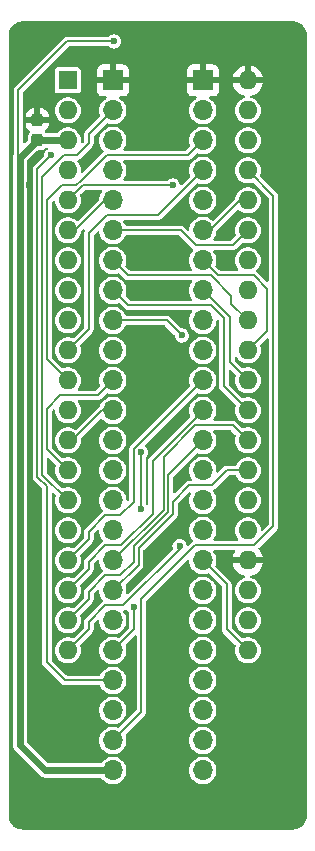
<source format=gbr>
G04 #@! TF.GenerationSoftware,KiCad,Pcbnew,7.0.11+dfsg-1build4*
G04 #@! TF.CreationDate,2024-12-04T10:25:33+09:00*
G04 #@! TF.ProjectId,bionic-f3850,62696f6e-6963-42d6-9633-3835302e6b69,5*
G04 #@! TF.SameCoordinates,Original*
G04 #@! TF.FileFunction,Copper,L2,Bot*
G04 #@! TF.FilePolarity,Positive*
%FSLAX46Y46*%
G04 Gerber Fmt 4.6, Leading zero omitted, Abs format (unit mm)*
G04 Created by KiCad (PCBNEW 7.0.11+dfsg-1build4) date 2024-12-04 10:25:33*
%MOMM*%
%LPD*%
G01*
G04 APERTURE LIST*
G04 Aperture macros list*
%AMRoundRect*
0 Rectangle with rounded corners*
0 $1 Rounding radius*
0 $2 $3 $4 $5 $6 $7 $8 $9 X,Y pos of 4 corners*
0 Add a 4 corners polygon primitive as box body*
4,1,4,$2,$3,$4,$5,$6,$7,$8,$9,$2,$3,0*
0 Add four circle primitives for the rounded corners*
1,1,$1+$1,$2,$3*
1,1,$1+$1,$4,$5*
1,1,$1+$1,$6,$7*
1,1,$1+$1,$8,$9*
0 Add four rect primitives between the rounded corners*
20,1,$1+$1,$2,$3,$4,$5,0*
20,1,$1+$1,$4,$5,$6,$7,0*
20,1,$1+$1,$6,$7,$8,$9,0*
20,1,$1+$1,$8,$9,$2,$3,0*%
G04 Aperture macros list end*
G04 #@! TA.AperFunction,ComponentPad*
%ADD10R,1.600000X1.600000*%
G04 #@! TD*
G04 #@! TA.AperFunction,ComponentPad*
%ADD11O,1.600000X1.600000*%
G04 #@! TD*
G04 #@! TA.AperFunction,SMDPad,CuDef*
%ADD12RoundRect,0.237500X0.237500X-0.300000X0.237500X0.300000X-0.237500X0.300000X-0.237500X-0.300000X0*%
G04 #@! TD*
G04 #@! TA.AperFunction,ComponentPad*
%ADD13R,1.700000X1.700000*%
G04 #@! TD*
G04 #@! TA.AperFunction,ComponentPad*
%ADD14O,1.700000X1.700000*%
G04 #@! TD*
G04 #@! TA.AperFunction,ViaPad*
%ADD15C,0.600000*%
G04 #@! TD*
G04 #@! TA.AperFunction,Conductor*
%ADD16C,0.200000*%
G04 #@! TD*
G04 #@! TA.AperFunction,Conductor*
%ADD17C,0.600000*%
G04 #@! TD*
G04 #@! TA.AperFunction,Conductor*
%ADD18C,0.800000*%
G04 #@! TD*
G04 APERTURE END LIST*
D10*
X106080000Y-75080000D03*
D11*
X106080000Y-77620000D03*
X106080000Y-80160000D03*
X106080000Y-82700000D03*
X106080000Y-85240000D03*
X106080000Y-87780000D03*
X106080000Y-90320000D03*
X106080000Y-92860000D03*
X106080000Y-95400000D03*
X106080000Y-97940000D03*
X106080000Y-100480000D03*
X106080000Y-103020000D03*
X106080000Y-105560000D03*
X106080000Y-108100000D03*
X106080000Y-110640000D03*
X106080000Y-113180000D03*
X106080000Y-115720000D03*
X106080000Y-118260000D03*
X106080000Y-120800000D03*
X106080000Y-123340000D03*
X121320000Y-123340000D03*
X121320000Y-120800000D03*
X121320000Y-118260000D03*
X121320000Y-115720000D03*
X121320000Y-113180000D03*
X121320000Y-110640000D03*
X121320000Y-108100000D03*
X121320000Y-105560000D03*
X121320000Y-103020000D03*
X121320000Y-100480000D03*
X121320000Y-97940000D03*
X121320000Y-95400000D03*
X121320000Y-92860000D03*
X121320000Y-90320000D03*
X121320000Y-87780000D03*
X121320000Y-85240000D03*
X121320000Y-82700000D03*
X121320000Y-80160000D03*
X121320000Y-77620000D03*
X121320000Y-75080000D03*
D12*
X103489200Y-80158900D03*
X103489200Y-78433900D03*
D13*
X109890000Y-75080000D03*
D14*
X109890000Y-77620000D03*
X109890000Y-80160000D03*
X109890000Y-82700000D03*
X109890000Y-85240000D03*
X109890000Y-87780000D03*
X109890000Y-90320000D03*
X109890000Y-92860000D03*
X109890000Y-95400000D03*
X109890000Y-97940000D03*
X109890000Y-100480000D03*
X109890000Y-103020000D03*
X109890000Y-105560000D03*
X109890000Y-108100000D03*
X109890000Y-110640000D03*
X109890000Y-113180000D03*
X109890000Y-115720000D03*
X109890000Y-118260000D03*
X109890000Y-120800000D03*
X109890000Y-123340000D03*
X109890000Y-125880000D03*
X109890000Y-128420000D03*
X109890000Y-130960000D03*
X109890000Y-133500000D03*
X117510000Y-133500000D03*
X117510000Y-130960000D03*
X117510000Y-128420000D03*
X117510000Y-125880000D03*
X117510000Y-123340000D03*
X117510000Y-120800000D03*
X117510000Y-118260000D03*
X117510000Y-115720000D03*
X117510000Y-113180000D03*
X117510000Y-110640000D03*
X117510000Y-108100000D03*
X117510000Y-105560000D03*
X117510000Y-103020000D03*
X117510000Y-100480000D03*
X117510000Y-97940000D03*
X117510000Y-95400000D03*
X117510000Y-92860000D03*
X117510000Y-90320000D03*
X117510000Y-87780000D03*
X117510000Y-85240000D03*
X117510000Y-82700000D03*
X117510000Y-80160000D03*
X117510000Y-77620000D03*
D13*
X117510000Y-75080000D03*
D15*
X109991600Y-71778000D03*
X103413000Y-123340000D03*
X108874000Y-89050000D03*
X107604000Y-131874400D03*
X103540000Y-72032000D03*
X103489200Y-76654800D03*
X124926800Y-100480000D03*
X125003000Y-133500000D03*
X102816000Y-83970000D03*
X113700000Y-123340000D03*
X107858000Y-135125600D03*
X112684000Y-90320000D03*
X103540000Y-81557000D03*
X113700000Y-132230000D03*
X114970000Y-119403000D03*
X103032000Y-137208400D03*
X105013200Y-126489600D03*
X112988800Y-98956000D03*
X103159000Y-110005000D03*
X114970000Y-83970000D03*
X115732000Y-96670000D03*
X112277600Y-106576000D03*
X112277600Y-111402000D03*
X111668000Y-119657000D03*
X115541500Y-114513500D03*
X104683000Y-81430000D03*
D16*
X101889000Y-75918200D02*
X106029200Y-71778000D01*
X103693500Y-80160000D02*
X103540000Y-80006500D01*
D17*
X104175000Y-133500000D02*
X109890000Y-133500000D01*
X102016000Y-81632100D02*
X102016000Y-131341000D01*
X103489200Y-80158900D02*
X102016000Y-81632100D01*
D18*
X103490300Y-80160000D02*
X103489200Y-80158900D01*
D16*
X106029200Y-71778000D02*
X109991600Y-71778000D01*
D17*
X102016000Y-131341000D02*
X104175000Y-133500000D01*
D16*
X101889000Y-81505100D02*
X101889000Y-75918200D01*
X102016000Y-81632100D02*
X101889000Y-81505100D01*
D17*
X106080000Y-80160000D02*
X103490300Y-80160000D01*
D16*
X123479000Y-112840450D02*
X123479000Y-84859000D01*
X112303000Y-119022000D02*
X116875000Y-114450000D01*
X121869450Y-114450000D02*
X123479000Y-112840450D01*
X109890000Y-130960000D02*
X112303000Y-128547000D01*
X123479000Y-84859000D02*
X121320000Y-82700000D01*
X112303000Y-128547000D02*
X112303000Y-119022000D01*
X116875000Y-114450000D02*
X121869450Y-114450000D01*
X121320000Y-100480000D02*
X119796000Y-98956000D01*
X119796000Y-95146000D02*
X117510000Y-92860000D01*
X119796000Y-98956000D02*
X119796000Y-95146000D01*
X119542000Y-117752000D02*
X119542000Y-121562000D01*
X119542000Y-121562000D02*
X121320000Y-123340000D01*
X117510000Y-115720000D02*
X119542000Y-117752000D01*
X117510000Y-87780000D02*
X118145000Y-87780000D01*
X118145000Y-87780000D02*
X120685000Y-85240000D01*
X120685000Y-85240000D02*
X121320000Y-85240000D01*
X106950000Y-84370000D02*
X106080000Y-85240000D01*
X107374336Y-83970000D02*
X106974336Y-84370000D01*
X114970000Y-83970000D02*
X107374336Y-83970000D01*
X106974336Y-84370000D02*
X106950000Y-84370000D01*
X113700000Y-86510000D02*
X109382000Y-86510000D01*
X109382000Y-86510000D02*
X107858000Y-88034000D01*
X107858000Y-88034000D02*
X107858000Y-96162000D01*
X117510000Y-82700000D02*
X113700000Y-86510000D01*
X107858000Y-96162000D02*
X106080000Y-97940000D01*
X107225325Y-83570000D02*
X107208650Y-83570000D01*
X104302000Y-98702000D02*
X106080000Y-100480000D01*
X109365325Y-81430000D02*
X107225325Y-83570000D01*
X107208650Y-83570000D02*
X106808650Y-83970000D01*
X116240000Y-81430000D02*
X109365325Y-81430000D01*
X106808650Y-83970000D02*
X105550100Y-83970000D01*
X105550100Y-83970000D02*
X104302000Y-85218100D01*
X117510000Y-80160000D02*
X116240000Y-81430000D01*
X104302000Y-85218100D02*
X104302000Y-98702000D01*
X114462000Y-95400000D02*
X109890000Y-95400000D01*
X115732000Y-96670000D02*
X114462000Y-95400000D01*
X114193300Y-106937043D02*
X116840343Y-104290000D01*
X116840343Y-104290000D02*
X120050000Y-104290000D01*
X114193300Y-111416700D02*
X114193300Y-106937043D01*
X109890000Y-115720000D02*
X114193300Y-111416700D01*
X120050000Y-104290000D02*
X121320000Y-105560000D01*
X111210800Y-94130000D02*
X109940800Y-92860000D01*
X109940800Y-92860000D02*
X109890000Y-92860000D01*
X119288000Y-100988000D02*
X119288000Y-95232900D01*
X118185100Y-94130000D02*
X111210800Y-94130000D01*
X119288000Y-95232900D02*
X118185100Y-94130000D01*
X121320000Y-103020000D02*
X119288000Y-100988000D01*
X118208500Y-91590000D02*
X119923000Y-93304500D01*
X109890000Y-90320000D02*
X111160000Y-91590000D01*
X119923000Y-94003000D02*
X121320000Y-95400000D01*
X119923000Y-93304500D02*
X119923000Y-94003000D01*
X111160000Y-91590000D02*
X118208500Y-91590000D01*
X109255000Y-111910000D02*
X107858000Y-113307000D01*
X117510000Y-100480000D02*
X111668000Y-106322000D01*
X107858000Y-113307000D02*
X107858000Y-113942000D01*
X107858000Y-113942000D02*
X106080000Y-115720000D01*
X110525000Y-111910000D02*
X109255000Y-111910000D01*
X111668000Y-110767000D02*
X110525000Y-111910000D01*
X111668000Y-106322000D02*
X111668000Y-110767000D01*
X109890000Y-87780000D02*
X115630400Y-87780000D01*
X120050000Y-89050000D02*
X121320000Y-87780000D01*
X116900400Y-89050000D02*
X120050000Y-89050000D01*
X115630400Y-87780000D02*
X116900400Y-89050000D01*
X113298100Y-111746214D02*
X113298100Y-107266557D01*
X117510000Y-103054657D02*
X117510000Y-103020000D01*
X107858000Y-116482000D02*
X107858000Y-115847000D01*
X113298100Y-107266557D02*
X117510000Y-103054657D01*
X106080000Y-118260000D02*
X107858000Y-116482000D01*
X107858000Y-115847000D02*
X109255000Y-114450000D01*
X109255000Y-114450000D02*
X110594314Y-114450000D01*
X110594314Y-114450000D02*
X113298100Y-111746214D01*
X106715000Y-87780000D02*
X106080000Y-87780000D01*
X109890000Y-85240000D02*
X109255000Y-85240000D01*
X109255000Y-85240000D02*
X106715000Y-87780000D01*
X114593300Y-111582386D02*
X114593300Y-108476700D01*
X111668000Y-114507686D02*
X114593300Y-111582386D01*
X106080000Y-120800000D02*
X107858000Y-119022000D01*
X110525000Y-116990000D02*
X111668000Y-115847000D01*
X107858000Y-119022000D02*
X107858000Y-118387000D01*
X114593300Y-108476700D02*
X117510000Y-105560000D01*
X111668000Y-115847000D02*
X111668000Y-114507686D01*
X109255000Y-116990000D02*
X110525000Y-116990000D01*
X107858000Y-118387000D02*
X109255000Y-116990000D01*
X103902000Y-83252400D02*
X103902000Y-108462000D01*
X106842000Y-81430000D02*
X105724400Y-81430000D01*
X103902000Y-108462000D02*
X106080000Y-110640000D01*
X105724400Y-81430000D02*
X103902000Y-83252400D01*
X109890000Y-77620000D02*
X107858000Y-79652000D01*
X107858000Y-79652000D02*
X107858000Y-80414000D01*
X107858000Y-80414000D02*
X106842000Y-81430000D01*
X106461000Y-105560000D02*
X109001000Y-103020000D01*
X109001000Y-103020000D02*
X109890000Y-103020000D01*
X106080000Y-105560000D02*
X106461000Y-105560000D01*
X109890000Y-100480000D02*
X108620000Y-101750000D01*
X104302000Y-102893000D02*
X104302000Y-106322000D01*
X108620000Y-101750000D02*
X105445000Y-101750000D01*
X105445000Y-101750000D02*
X104302000Y-102893000D01*
X104302000Y-106322000D02*
X106080000Y-108100000D01*
X112068000Y-114685000D02*
X112068000Y-116082000D01*
X118272000Y-109370000D02*
X116367000Y-109370000D01*
X116367000Y-109370000D02*
X114993300Y-110743700D01*
X119542000Y-108100000D02*
X118272000Y-109370000D01*
X114993300Y-110743700D02*
X114993300Y-111759700D01*
X114993300Y-111759700D02*
X112068000Y-114685000D01*
X121320000Y-108100000D02*
X119542000Y-108100000D01*
X112068000Y-116082000D02*
X109890000Y-118260000D01*
X121828000Y-91590000D02*
X122971000Y-92733000D01*
X117510000Y-90320000D02*
X118780000Y-91590000D01*
X122971000Y-92733000D02*
X122971000Y-96289000D01*
X122971000Y-96289000D02*
X121320000Y-97940000D01*
X118780000Y-91590000D02*
X121828000Y-91590000D01*
X111668000Y-119657000D02*
X111668000Y-121562000D01*
X112277600Y-111402000D02*
X112277600Y-106576000D01*
X111668000Y-121562000D02*
X109890000Y-123340000D01*
X110779000Y-119530000D02*
X109255000Y-119530000D01*
X107858000Y-120927000D02*
X107858000Y-121562000D01*
X109255000Y-119530000D02*
X107858000Y-120927000D01*
X107858000Y-121562000D02*
X106080000Y-123340000D01*
X115541500Y-114767500D02*
X110779000Y-119530000D01*
X115541500Y-114513500D02*
X115541500Y-114767500D01*
X104683000Y-81430000D02*
X103502000Y-82611000D01*
X103502000Y-82611000D02*
X103502000Y-108627686D01*
X103502000Y-108627686D02*
X104302000Y-109427686D01*
X104302000Y-124356000D02*
X105826000Y-125880000D01*
X105826000Y-125880000D02*
X109890000Y-125880000D01*
X104302000Y-109427686D02*
X104302000Y-124356000D01*
G04 #@! TA.AperFunction,Conductor*
G36*
X125133875Y-70075805D02*
G01*
X125309097Y-70089594D01*
X125324430Y-70092023D01*
X125491550Y-70132145D01*
X125506317Y-70136943D01*
X125665104Y-70202715D01*
X125678926Y-70209758D01*
X125825469Y-70299560D01*
X125838032Y-70308688D01*
X125968717Y-70420303D01*
X125979699Y-70431285D01*
X126091311Y-70561967D01*
X126100440Y-70574532D01*
X126190238Y-70721068D01*
X126197287Y-70734902D01*
X126263054Y-70893678D01*
X126267855Y-70908453D01*
X126307975Y-71075564D01*
X126310405Y-71090907D01*
X126318437Y-71192956D01*
X126323198Y-71253462D01*
X126324195Y-71266123D01*
X126324500Y-71273891D01*
X126324500Y-137306108D01*
X126324195Y-137313876D01*
X126310405Y-137489092D01*
X126307975Y-137504435D01*
X126267855Y-137671546D01*
X126263054Y-137686321D01*
X126197287Y-137845097D01*
X126190234Y-137858939D01*
X126100442Y-138005465D01*
X126091311Y-138018032D01*
X125979699Y-138148714D01*
X125968714Y-138159699D01*
X125838032Y-138271311D01*
X125825465Y-138280442D01*
X125678939Y-138370234D01*
X125665097Y-138377287D01*
X125506321Y-138443054D01*
X125491546Y-138447855D01*
X125324435Y-138487975D01*
X125309092Y-138490405D01*
X125149743Y-138502946D01*
X125133874Y-138504195D01*
X125126108Y-138504500D01*
X102273892Y-138504500D01*
X102266125Y-138504195D01*
X102247014Y-138502691D01*
X102090907Y-138490405D01*
X102075564Y-138487975D01*
X101908453Y-138447855D01*
X101893678Y-138443054D01*
X101734902Y-138377287D01*
X101721068Y-138370238D01*
X101574532Y-138280440D01*
X101561967Y-138271311D01*
X101462706Y-138186535D01*
X101431282Y-138159696D01*
X101420303Y-138148717D01*
X101308688Y-138018032D01*
X101299560Y-138005469D01*
X101209758Y-137858926D01*
X101202715Y-137845104D01*
X101136943Y-137686317D01*
X101132144Y-137671546D01*
X101092024Y-137504435D01*
X101089594Y-137489097D01*
X101075805Y-137313875D01*
X101075500Y-137306108D01*
X101075500Y-131341000D01*
X101410318Y-131341000D01*
X101415500Y-131380361D01*
X101430955Y-131497758D01*
X101430957Y-131497766D01*
X101491462Y-131643838D01*
X101491462Y-131643839D01*
X101564031Y-131738413D01*
X101587718Y-131769282D01*
X101587722Y-131769285D01*
X101614063Y-131789497D01*
X101623800Y-131798035D01*
X103717964Y-133892199D01*
X103726502Y-133901936D01*
X103738359Y-133917389D01*
X103746718Y-133928282D01*
X103843131Y-134002262D01*
X103872159Y-134024536D01*
X104018238Y-134085044D01*
X104135639Y-134100500D01*
X104174999Y-134105682D01*
X104175000Y-134105682D01*
X104175001Y-134105682D01*
X104207928Y-134101347D01*
X104220850Y-134100500D01*
X108852482Y-134100500D01*
X108910673Y-134119407D01*
X108931483Y-134139836D01*
X109036128Y-134278407D01*
X109036135Y-134278413D01*
X109193692Y-134422047D01*
X109193699Y-134422053D01*
X109297389Y-134486255D01*
X109374981Y-134534298D01*
X109573802Y-134611321D01*
X109783390Y-134650500D01*
X109996610Y-134650500D01*
X110206198Y-134611321D01*
X110405019Y-134534298D01*
X110586302Y-134422052D01*
X110743872Y-134278407D01*
X110872366Y-134108255D01*
X110967405Y-133917389D01*
X111025756Y-133712310D01*
X111045429Y-133500000D01*
X116354571Y-133500000D01*
X116374244Y-133712310D01*
X116428198Y-133901936D01*
X116432596Y-133917391D01*
X116523772Y-134100500D01*
X116527634Y-134108255D01*
X116656128Y-134278407D01*
X116656135Y-134278413D01*
X116813692Y-134422047D01*
X116813699Y-134422053D01*
X116917389Y-134486255D01*
X116994981Y-134534298D01*
X117193802Y-134611321D01*
X117403390Y-134650500D01*
X117616610Y-134650500D01*
X117826198Y-134611321D01*
X118025019Y-134534298D01*
X118206302Y-134422052D01*
X118363872Y-134278407D01*
X118492366Y-134108255D01*
X118587405Y-133917389D01*
X118645756Y-133712310D01*
X118665429Y-133500000D01*
X118645756Y-133287690D01*
X118587405Y-133082611D01*
X118492366Y-132891745D01*
X118363872Y-132721593D01*
X118309623Y-132672139D01*
X118206307Y-132577952D01*
X118206300Y-132577946D01*
X118025024Y-132465705D01*
X118025019Y-132465702D01*
X117826195Y-132388678D01*
X117616610Y-132349500D01*
X117403390Y-132349500D01*
X117193804Y-132388678D01*
X116994980Y-132465702D01*
X116994975Y-132465705D01*
X116813699Y-132577946D01*
X116813692Y-132577952D01*
X116656135Y-132721586D01*
X116656131Y-132721589D01*
X116656128Y-132721593D01*
X116656125Y-132721597D01*
X116527635Y-132891743D01*
X116527630Y-132891752D01*
X116432596Y-133082608D01*
X116374244Y-133287688D01*
X116374244Y-133287690D01*
X116354571Y-133500000D01*
X111045429Y-133500000D01*
X111025756Y-133287690D01*
X110967405Y-133082611D01*
X110872366Y-132891745D01*
X110743872Y-132721593D01*
X110689623Y-132672139D01*
X110586307Y-132577952D01*
X110586300Y-132577946D01*
X110405024Y-132465705D01*
X110405019Y-132465702D01*
X110206195Y-132388678D01*
X109996610Y-132349500D01*
X109783390Y-132349500D01*
X109573804Y-132388678D01*
X109374980Y-132465702D01*
X109374975Y-132465705D01*
X109193699Y-132577946D01*
X109193692Y-132577952D01*
X109036135Y-132721586D01*
X109036131Y-132721589D01*
X109036128Y-132721593D01*
X108931484Y-132860161D01*
X108881329Y-132895204D01*
X108852482Y-132899500D01*
X104464743Y-132899500D01*
X104406552Y-132880593D01*
X104394739Y-132870504D01*
X102645496Y-131121261D01*
X102617719Y-131066744D01*
X102616500Y-131051257D01*
X102616500Y-128420000D01*
X108734571Y-128420000D01*
X108754244Y-128632311D01*
X108765623Y-128672303D01*
X108812595Y-128837389D01*
X108907634Y-129028255D01*
X109036128Y-129198407D01*
X109036135Y-129198413D01*
X109193692Y-129342047D01*
X109193699Y-129342053D01*
X109297389Y-129406255D01*
X109374981Y-129454298D01*
X109573802Y-129531321D01*
X109783390Y-129570500D01*
X109996610Y-129570500D01*
X110206198Y-129531321D01*
X110405019Y-129454298D01*
X110586302Y-129342052D01*
X110743872Y-129198407D01*
X110872366Y-129028255D01*
X110967405Y-128837389D01*
X111025756Y-128632310D01*
X111045429Y-128420000D01*
X111025756Y-128207690D01*
X110967405Y-128002611D01*
X110872366Y-127811745D01*
X110743872Y-127641593D01*
X110689623Y-127592139D01*
X110586307Y-127497952D01*
X110586300Y-127497946D01*
X110405024Y-127385705D01*
X110405019Y-127385702D01*
X110206195Y-127308678D01*
X109996610Y-127269500D01*
X109783390Y-127269500D01*
X109573804Y-127308678D01*
X109374980Y-127385702D01*
X109374975Y-127385705D01*
X109193699Y-127497946D01*
X109193692Y-127497952D01*
X109036135Y-127641586D01*
X109036131Y-127641589D01*
X109036128Y-127641593D01*
X109036125Y-127641597D01*
X108907635Y-127811743D01*
X108907630Y-127811752D01*
X108812596Y-128002608D01*
X108754244Y-128207688D01*
X108734571Y-128420000D01*
X102616500Y-128420000D01*
X102616500Y-81921843D01*
X102635407Y-81863652D01*
X102645496Y-81851839D01*
X103471439Y-81025896D01*
X103525956Y-80998119D01*
X103541443Y-80996900D01*
X103768816Y-80996900D01*
X103768818Y-80996900D01*
X103855277Y-80986517D01*
X103992858Y-80932262D01*
X104110700Y-80842900D01*
X104143474Y-80799680D01*
X104193701Y-80764738D01*
X104222358Y-80760500D01*
X104277435Y-80760500D01*
X104335626Y-80779407D01*
X104371590Y-80828907D01*
X104371590Y-80890093D01*
X104337702Y-80938042D01*
X104254723Y-81001713D01*
X104254719Y-81001716D01*
X104254718Y-81001718D01*
X104254716Y-81001721D01*
X104158462Y-81127160D01*
X104158462Y-81127161D01*
X104097957Y-81273233D01*
X104097955Y-81273241D01*
X104076471Y-81436433D01*
X104074742Y-81436205D01*
X104058411Y-81486471D01*
X104048322Y-81498284D01*
X103196516Y-82350091D01*
X103196515Y-82350092D01*
X103173950Y-82372658D01*
X103173948Y-82372660D01*
X103162997Y-82394151D01*
X103154887Y-82407385D01*
X103140706Y-82426906D01*
X103140701Y-82426915D01*
X103133249Y-82449852D01*
X103127305Y-82464202D01*
X103116355Y-82485691D01*
X103116352Y-82485701D01*
X103112577Y-82509529D01*
X103108953Y-82524624D01*
X103101501Y-82547562D01*
X103101500Y-82547569D01*
X103101500Y-108691123D01*
X103108953Y-108714060D01*
X103112579Y-108729160D01*
X103116354Y-108752992D01*
X103127301Y-108774474D01*
X103133247Y-108788828D01*
X103140703Y-108811774D01*
X103140702Y-108811774D01*
X103154884Y-108831294D01*
X103162997Y-108844533D01*
X103173950Y-108866028D01*
X103173951Y-108866029D01*
X103194030Y-108886109D01*
X103194031Y-108886109D01*
X103196513Y-108888591D01*
X103196516Y-108888595D01*
X103872505Y-109564584D01*
X103900281Y-109619099D01*
X103901500Y-109634586D01*
X103901500Y-124419437D01*
X103908953Y-124442374D01*
X103912579Y-124457474D01*
X103916354Y-124481306D01*
X103927301Y-124502788D01*
X103933247Y-124517142D01*
X103940703Y-124540088D01*
X103940702Y-124540088D01*
X103954884Y-124559608D01*
X103962997Y-124572847D01*
X103973950Y-124594342D01*
X103973951Y-124594343D01*
X103994030Y-124614423D01*
X103994031Y-124614423D01*
X103996513Y-124616905D01*
X103996516Y-124616909D01*
X105497950Y-126118342D01*
X105497949Y-126118342D01*
X105587657Y-126208049D01*
X105587658Y-126208050D01*
X105609149Y-126219000D01*
X105622395Y-126227117D01*
X105641910Y-126241296D01*
X105641912Y-126241296D01*
X105641913Y-126241297D01*
X105664852Y-126248750D01*
X105679195Y-126254690D01*
X105700696Y-126265646D01*
X105724524Y-126269419D01*
X105739633Y-126273047D01*
X105748194Y-126275828D01*
X105762567Y-126280499D01*
X105790379Y-126280499D01*
X105790403Y-126280500D01*
X105794481Y-126280500D01*
X108742887Y-126280500D01*
X108801078Y-126299407D01*
X108831508Y-126335372D01*
X108907634Y-126488255D01*
X109036128Y-126658407D01*
X109036135Y-126658413D01*
X109193692Y-126802047D01*
X109193699Y-126802053D01*
X109297389Y-126866255D01*
X109374981Y-126914298D01*
X109573802Y-126991321D01*
X109783390Y-127030500D01*
X109996610Y-127030500D01*
X110206198Y-126991321D01*
X110405019Y-126914298D01*
X110586302Y-126802052D01*
X110743872Y-126658407D01*
X110872366Y-126488255D01*
X110967405Y-126297389D01*
X111025756Y-126092310D01*
X111045429Y-125880000D01*
X111025756Y-125667690D01*
X110967405Y-125462611D01*
X110872366Y-125271745D01*
X110743872Y-125101593D01*
X110689623Y-125052139D01*
X110586307Y-124957952D01*
X110586300Y-124957946D01*
X110405024Y-124845705D01*
X110405019Y-124845702D01*
X110206195Y-124768678D01*
X109996610Y-124729500D01*
X109783390Y-124729500D01*
X109573804Y-124768678D01*
X109374980Y-124845702D01*
X109374975Y-124845705D01*
X109193699Y-124957946D01*
X109193692Y-124957952D01*
X109036135Y-125101586D01*
X109036131Y-125101589D01*
X109036128Y-125101593D01*
X109036125Y-125101597D01*
X108907635Y-125271743D01*
X108907630Y-125271752D01*
X108831508Y-125424628D01*
X108788646Y-125468290D01*
X108742887Y-125479500D01*
X106032900Y-125479500D01*
X105974709Y-125460593D01*
X105962896Y-125450504D01*
X104731496Y-124219103D01*
X104703719Y-124164586D01*
X104702500Y-124149099D01*
X104702500Y-113180000D01*
X104974785Y-113180000D01*
X104993603Y-113383083D01*
X105049418Y-113579250D01*
X105140327Y-113761821D01*
X105263236Y-113924579D01*
X105413959Y-114061981D01*
X105587363Y-114169348D01*
X105777544Y-114243024D01*
X105978024Y-114280500D01*
X106181976Y-114280500D01*
X106382456Y-114243024D01*
X106572637Y-114169348D01*
X106746041Y-114061981D01*
X106896764Y-113924579D01*
X107019673Y-113761821D01*
X107110582Y-113579250D01*
X107166397Y-113383083D01*
X107185215Y-113180000D01*
X107166397Y-112976917D01*
X107110582Y-112780750D01*
X107019673Y-112598179D01*
X106896764Y-112435421D01*
X106746041Y-112298019D01*
X106572637Y-112190652D01*
X106382456Y-112116976D01*
X106382455Y-112116975D01*
X106382453Y-112116975D01*
X106181976Y-112079500D01*
X105978024Y-112079500D01*
X105777546Y-112116975D01*
X105707632Y-112144059D01*
X105587363Y-112190652D01*
X105478676Y-112257948D01*
X105413959Y-112298019D01*
X105263237Y-112435420D01*
X105140328Y-112598177D01*
X105140323Y-112598186D01*
X105058450Y-112762611D01*
X105049418Y-112780750D01*
X104993603Y-112976917D01*
X104974785Y-113180000D01*
X104702500Y-113180000D01*
X104702500Y-110067899D01*
X104721407Y-110009708D01*
X104770907Y-109973744D01*
X104832093Y-109973744D01*
X104871502Y-109997895D01*
X104989044Y-110115436D01*
X105022664Y-110149057D01*
X105050441Y-110203573D01*
X105047881Y-110246151D01*
X104993603Y-110436917D01*
X104974785Y-110640000D01*
X104993603Y-110843083D01*
X105049418Y-111039250D01*
X105140327Y-111221821D01*
X105263236Y-111384579D01*
X105413959Y-111521981D01*
X105587363Y-111629348D01*
X105777544Y-111703024D01*
X105978024Y-111740500D01*
X106181976Y-111740500D01*
X106382456Y-111703024D01*
X106572637Y-111629348D01*
X106746041Y-111521981D01*
X106896764Y-111384579D01*
X107019673Y-111221821D01*
X107110582Y-111039250D01*
X107166397Y-110843083D01*
X107185215Y-110640000D01*
X107166397Y-110436917D01*
X107110582Y-110240750D01*
X107019673Y-110058179D01*
X106896764Y-109895421D01*
X106746041Y-109758019D01*
X106572637Y-109650652D01*
X106382456Y-109576976D01*
X106382455Y-109576975D01*
X106382453Y-109576975D01*
X106181976Y-109539500D01*
X105978024Y-109539500D01*
X105777544Y-109576975D01*
X105697739Y-109607892D01*
X105636648Y-109611282D01*
X105591973Y-109585581D01*
X104331496Y-108325103D01*
X104303719Y-108270586D01*
X104302500Y-108255099D01*
X104302500Y-107127901D01*
X104321407Y-107069710D01*
X104370907Y-107033746D01*
X104432093Y-107033746D01*
X104471504Y-107057897D01*
X105022663Y-107609056D01*
X105050440Y-107663573D01*
X105047880Y-107706152D01*
X104993603Y-107896915D01*
X104974785Y-108099999D01*
X104974785Y-108100000D01*
X104993603Y-108303083D01*
X105049418Y-108499250D01*
X105140327Y-108681821D01*
X105263236Y-108844579D01*
X105413959Y-108981981D01*
X105587363Y-109089348D01*
X105777544Y-109163024D01*
X105978024Y-109200500D01*
X106181976Y-109200500D01*
X106382456Y-109163024D01*
X106572637Y-109089348D01*
X106746041Y-108981981D01*
X106896764Y-108844579D01*
X107019673Y-108681821D01*
X107110582Y-108499250D01*
X107166397Y-108303083D01*
X107185215Y-108100000D01*
X108734571Y-108100000D01*
X108754244Y-108312310D01*
X108812595Y-108517389D01*
X108907634Y-108708255D01*
X109036128Y-108878407D01*
X109047304Y-108888595D01*
X109193692Y-109022047D01*
X109193699Y-109022053D01*
X109262281Y-109064517D01*
X109374981Y-109134298D01*
X109573802Y-109211321D01*
X109783390Y-109250500D01*
X109996610Y-109250500D01*
X110206198Y-109211321D01*
X110405019Y-109134298D01*
X110586302Y-109022052D01*
X110743872Y-108878407D01*
X110872366Y-108708255D01*
X110967405Y-108517389D01*
X111025756Y-108312310D01*
X111045429Y-108100000D01*
X111025756Y-107887690D01*
X110967405Y-107682611D01*
X110872366Y-107491745D01*
X110743872Y-107321593D01*
X110689623Y-107272139D01*
X110586307Y-107177952D01*
X110586300Y-107177946D01*
X110405024Y-107065705D01*
X110405019Y-107065702D01*
X110206195Y-106988678D01*
X109996610Y-106949500D01*
X109783390Y-106949500D01*
X109573804Y-106988678D01*
X109374980Y-107065702D01*
X109374975Y-107065705D01*
X109193699Y-107177946D01*
X109193692Y-107177952D01*
X109036135Y-107321586D01*
X109036131Y-107321589D01*
X109036128Y-107321593D01*
X109036125Y-107321597D01*
X108907635Y-107491743D01*
X108907630Y-107491752D01*
X108812596Y-107682608D01*
X108754244Y-107887688D01*
X108734571Y-108099999D01*
X108734571Y-108100000D01*
X107185215Y-108100000D01*
X107166397Y-107896917D01*
X107110582Y-107700750D01*
X107019673Y-107518179D01*
X106896764Y-107355421D01*
X106746041Y-107218019D01*
X106572637Y-107110652D01*
X106382456Y-107036976D01*
X106382455Y-107036975D01*
X106382453Y-107036975D01*
X106181976Y-106999500D01*
X105978024Y-106999500D01*
X105777552Y-107036974D01*
X105777546Y-107036975D01*
X105777544Y-107036976D01*
X105744678Y-107049708D01*
X105697738Y-107067892D01*
X105636647Y-107071281D01*
X105591973Y-107045580D01*
X104731496Y-106185103D01*
X104703719Y-106130586D01*
X104702500Y-106115099D01*
X104702500Y-105560000D01*
X104974785Y-105560000D01*
X104993603Y-105763083D01*
X105049418Y-105959250D01*
X105140327Y-106141821D01*
X105263236Y-106304579D01*
X105413959Y-106441981D01*
X105587363Y-106549348D01*
X105777544Y-106623024D01*
X105978024Y-106660500D01*
X106181976Y-106660500D01*
X106382456Y-106623024D01*
X106572637Y-106549348D01*
X106746041Y-106441981D01*
X106896764Y-106304579D01*
X107019673Y-106141821D01*
X107110582Y-105959250D01*
X107166397Y-105763083D01*
X107185215Y-105560000D01*
X108734571Y-105560000D01*
X108754244Y-105772310D01*
X108812595Y-105977389D01*
X108907634Y-106168255D01*
X109036128Y-106338407D01*
X109036135Y-106338413D01*
X109193692Y-106482047D01*
X109193699Y-106482053D01*
X109297389Y-106546255D01*
X109374981Y-106594298D01*
X109573802Y-106671321D01*
X109783390Y-106710500D01*
X109996610Y-106710500D01*
X110206198Y-106671321D01*
X110405019Y-106594298D01*
X110586302Y-106482052D01*
X110743872Y-106338407D01*
X110872366Y-106168255D01*
X110967405Y-105977389D01*
X111025756Y-105772310D01*
X111045429Y-105560000D01*
X111025756Y-105347690D01*
X110967405Y-105142611D01*
X110872366Y-104951745D01*
X110743872Y-104781593D01*
X110646237Y-104692586D01*
X110586307Y-104637952D01*
X110586300Y-104637946D01*
X110405024Y-104525705D01*
X110405019Y-104525702D01*
X110206195Y-104448678D01*
X109996610Y-104409500D01*
X109783390Y-104409500D01*
X109573804Y-104448678D01*
X109374980Y-104525702D01*
X109374975Y-104525705D01*
X109193699Y-104637946D01*
X109193692Y-104637952D01*
X109036135Y-104781586D01*
X109036131Y-104781589D01*
X109036128Y-104781593D01*
X109036125Y-104781597D01*
X108907635Y-104951743D01*
X108907630Y-104951752D01*
X108812596Y-105142608D01*
X108754244Y-105347688D01*
X108747955Y-105415561D01*
X108734571Y-105560000D01*
X107185215Y-105560000D01*
X107176118Y-105461834D01*
X107189576Y-105402151D01*
X107204688Y-105382703D01*
X108849348Y-103738042D01*
X108903863Y-103710267D01*
X108964295Y-103719838D01*
X108998353Y-103748386D01*
X109007054Y-103759907D01*
X109036128Y-103798407D01*
X109036135Y-103798413D01*
X109193692Y-103942047D01*
X109193699Y-103942053D01*
X109297389Y-104006255D01*
X109374981Y-104054298D01*
X109573802Y-104131321D01*
X109783390Y-104170500D01*
X109996610Y-104170500D01*
X110206198Y-104131321D01*
X110405019Y-104054298D01*
X110586302Y-103942052D01*
X110743872Y-103798407D01*
X110872366Y-103628255D01*
X110967405Y-103437389D01*
X111025756Y-103232310D01*
X111045429Y-103020000D01*
X111025756Y-102807690D01*
X110967405Y-102602611D01*
X110872366Y-102411745D01*
X110743872Y-102241593D01*
X110681661Y-102184880D01*
X110586307Y-102097952D01*
X110586300Y-102097946D01*
X110405024Y-101985705D01*
X110405019Y-101985702D01*
X110206195Y-101908678D01*
X109996610Y-101869500D01*
X109783390Y-101869500D01*
X109573804Y-101908678D01*
X109374980Y-101985702D01*
X109374975Y-101985705D01*
X109193699Y-102097946D01*
X109193692Y-102097952D01*
X109036135Y-102241586D01*
X109036131Y-102241589D01*
X109036128Y-102241593D01*
X109036125Y-102241597D01*
X108907635Y-102411743D01*
X108907630Y-102411752D01*
X108812595Y-102602609D01*
X108812593Y-102602616D01*
X108802923Y-102636600D01*
X108768811Y-102687394D01*
X108765902Y-102689592D01*
X108762659Y-102691948D01*
X108740090Y-102714516D01*
X108740091Y-102714517D01*
X106820355Y-104634251D01*
X106765838Y-104662028D01*
X106705406Y-104652457D01*
X106698247Y-104648426D01*
X106572637Y-104570652D01*
X106382456Y-104496976D01*
X106382455Y-104496975D01*
X106382453Y-104496975D01*
X106181976Y-104459500D01*
X105978024Y-104459500D01*
X105777546Y-104496975D01*
X105707632Y-104524059D01*
X105587363Y-104570652D01*
X105413959Y-104678019D01*
X105263237Y-104815420D01*
X105140328Y-104978177D01*
X105140323Y-104978186D01*
X105058450Y-105142611D01*
X105049418Y-105160750D01*
X104993603Y-105356917D01*
X104974785Y-105560000D01*
X104702500Y-105560000D01*
X104702500Y-103099898D01*
X104721407Y-103041707D01*
X104731490Y-103029901D01*
X104805871Y-102955520D01*
X104860384Y-102927744D01*
X104920816Y-102937315D01*
X104964081Y-102980579D01*
X104974450Y-103016390D01*
X104982188Y-103099898D01*
X104993603Y-103223083D01*
X105049418Y-103419250D01*
X105140327Y-103601821D01*
X105263236Y-103764579D01*
X105413959Y-103901981D01*
X105587363Y-104009348D01*
X105777544Y-104083024D01*
X105978024Y-104120500D01*
X106181976Y-104120500D01*
X106382456Y-104083024D01*
X106572637Y-104009348D01*
X106746041Y-103901981D01*
X106896764Y-103764579D01*
X107019673Y-103601821D01*
X107110582Y-103419250D01*
X107166397Y-103223083D01*
X107185215Y-103020000D01*
X107166397Y-102816917D01*
X107110582Y-102620750D01*
X107019673Y-102438179D01*
X106922240Y-102309157D01*
X106902263Y-102251330D01*
X106920092Y-102192799D01*
X106968918Y-102155927D01*
X107001246Y-102150500D01*
X108683432Y-102150500D01*
X108683433Y-102150500D01*
X108706382Y-102143043D01*
X108721465Y-102139421D01*
X108745304Y-102135646D01*
X108766802Y-102124690D01*
X108781151Y-102118748D01*
X108804090Y-102111296D01*
X108823612Y-102097111D01*
X108836849Y-102089000D01*
X108858342Y-102078050D01*
X108875260Y-102061130D01*
X108875272Y-102061121D01*
X109363324Y-101573068D01*
X109417841Y-101545290D01*
X109469090Y-101550756D01*
X109573802Y-101591321D01*
X109783390Y-101630500D01*
X109996610Y-101630500D01*
X110206198Y-101591321D01*
X110405019Y-101514298D01*
X110586302Y-101402052D01*
X110743872Y-101258407D01*
X110872366Y-101088255D01*
X110967405Y-100897389D01*
X111025756Y-100692310D01*
X111045429Y-100480000D01*
X111025756Y-100267690D01*
X110967405Y-100062611D01*
X110872366Y-99871745D01*
X110743872Y-99701593D01*
X110689623Y-99652139D01*
X110586307Y-99557952D01*
X110586300Y-99557946D01*
X110405024Y-99445705D01*
X110405019Y-99445702D01*
X110330863Y-99416974D01*
X110206198Y-99368679D01*
X110206197Y-99368678D01*
X110206195Y-99368678D01*
X109996610Y-99329500D01*
X109783390Y-99329500D01*
X109573804Y-99368678D01*
X109374980Y-99445702D01*
X109374975Y-99445705D01*
X109193699Y-99557946D01*
X109193692Y-99557952D01*
X109036135Y-99701586D01*
X109036131Y-99701589D01*
X109036128Y-99701593D01*
X109036125Y-99701597D01*
X108907635Y-99871743D01*
X108907630Y-99871752D01*
X108812596Y-100062608D01*
X108754244Y-100267688D01*
X108734571Y-100480000D01*
X108754244Y-100692311D01*
X108812598Y-100897401D01*
X108814249Y-100901661D01*
X108812873Y-100902193D01*
X108820975Y-100956662D01*
X108793348Y-101010257D01*
X108483104Y-101320503D01*
X108428587Y-101348281D01*
X108413100Y-101349500D01*
X107001246Y-101349500D01*
X106943055Y-101330593D01*
X106907091Y-101281093D01*
X106907091Y-101219907D01*
X106922239Y-101190844D01*
X107019673Y-101061821D01*
X107110582Y-100879250D01*
X107166397Y-100683083D01*
X107185215Y-100480000D01*
X107166397Y-100276917D01*
X107110582Y-100080750D01*
X107019673Y-99898179D01*
X106896764Y-99735421D01*
X106746041Y-99598019D01*
X106572637Y-99490652D01*
X106382456Y-99416976D01*
X106382455Y-99416975D01*
X106382453Y-99416975D01*
X106181976Y-99379500D01*
X105978024Y-99379500D01*
X105777552Y-99416974D01*
X105777546Y-99416975D01*
X105777544Y-99416976D01*
X105723539Y-99437897D01*
X105697738Y-99447892D01*
X105636647Y-99451281D01*
X105591973Y-99425580D01*
X104731496Y-98565103D01*
X104703719Y-98510586D01*
X104702500Y-98495099D01*
X104702500Y-95400000D01*
X104974785Y-95400000D01*
X104993603Y-95603083D01*
X105049418Y-95799250D01*
X105140327Y-95981821D01*
X105263236Y-96144579D01*
X105413959Y-96281981D01*
X105587363Y-96389348D01*
X105777544Y-96463024D01*
X105978024Y-96500500D01*
X106181976Y-96500500D01*
X106382456Y-96463024D01*
X106572637Y-96389348D01*
X106746041Y-96281981D01*
X106896764Y-96144579D01*
X107019673Y-95981821D01*
X107110582Y-95799250D01*
X107166397Y-95603083D01*
X107185215Y-95400000D01*
X107166397Y-95196917D01*
X107110582Y-95000750D01*
X107019673Y-94818179D01*
X106896764Y-94655421D01*
X106746041Y-94518019D01*
X106572637Y-94410652D01*
X106382456Y-94336976D01*
X106382455Y-94336975D01*
X106382453Y-94336975D01*
X106181976Y-94299500D01*
X105978024Y-94299500D01*
X105777546Y-94336975D01*
X105755334Y-94345580D01*
X105587363Y-94410652D01*
X105417792Y-94515646D01*
X105413959Y-94518019D01*
X105263237Y-94655420D01*
X105140328Y-94818177D01*
X105140323Y-94818186D01*
X105058450Y-94982611D01*
X105049418Y-95000750D01*
X104993603Y-95196917D01*
X104974785Y-95400000D01*
X104702500Y-95400000D01*
X104702500Y-92860000D01*
X104974785Y-92860000D01*
X104993603Y-93063083D01*
X105049418Y-93259250D01*
X105140327Y-93441821D01*
X105263236Y-93604579D01*
X105413959Y-93741981D01*
X105587363Y-93849348D01*
X105777544Y-93923024D01*
X105978024Y-93960500D01*
X106181976Y-93960500D01*
X106382456Y-93923024D01*
X106572637Y-93849348D01*
X106746041Y-93741981D01*
X106896764Y-93604579D01*
X107019673Y-93441821D01*
X107110582Y-93259250D01*
X107166397Y-93063083D01*
X107185215Y-92860000D01*
X107166397Y-92656917D01*
X107110582Y-92460750D01*
X107019673Y-92278179D01*
X106896764Y-92115421D01*
X106746041Y-91978019D01*
X106572637Y-91870652D01*
X106382456Y-91796976D01*
X106382455Y-91796975D01*
X106382453Y-91796975D01*
X106181976Y-91759500D01*
X105978024Y-91759500D01*
X105777546Y-91796975D01*
X105707632Y-91824059D01*
X105587363Y-91870652D01*
X105417792Y-91975646D01*
X105413959Y-91978019D01*
X105263237Y-92115420D01*
X105140328Y-92278177D01*
X105140323Y-92278186D01*
X105058450Y-92442611D01*
X105049418Y-92460750D01*
X104993603Y-92656917D01*
X104974785Y-92860000D01*
X104702500Y-92860000D01*
X104702500Y-90320000D01*
X104974785Y-90320000D01*
X104993603Y-90523083D01*
X105049418Y-90719250D01*
X105140327Y-90901821D01*
X105263236Y-91064579D01*
X105413959Y-91201981D01*
X105587363Y-91309348D01*
X105777544Y-91383024D01*
X105978024Y-91420500D01*
X106181976Y-91420500D01*
X106382456Y-91383024D01*
X106572637Y-91309348D01*
X106746041Y-91201981D01*
X106896764Y-91064579D01*
X107019673Y-90901821D01*
X107110582Y-90719250D01*
X107166397Y-90523083D01*
X107185215Y-90320000D01*
X107166397Y-90116917D01*
X107110582Y-89920750D01*
X107019673Y-89738179D01*
X106896764Y-89575421D01*
X106746041Y-89438019D01*
X106572637Y-89330652D01*
X106382456Y-89256976D01*
X106382455Y-89256975D01*
X106382453Y-89256975D01*
X106181976Y-89219500D01*
X105978024Y-89219500D01*
X105777546Y-89256975D01*
X105707632Y-89284059D01*
X105587363Y-89330652D01*
X105417793Y-89435645D01*
X105413959Y-89438019D01*
X105263237Y-89575420D01*
X105140328Y-89738177D01*
X105140323Y-89738186D01*
X105058450Y-89902611D01*
X105049418Y-89920750D01*
X104993603Y-90116917D01*
X104974785Y-90320000D01*
X104702500Y-90320000D01*
X104702500Y-85424999D01*
X104721407Y-85366808D01*
X104731484Y-85355008D01*
X104814785Y-85271707D01*
X104869299Y-85243932D01*
X104929731Y-85253503D01*
X104972996Y-85296768D01*
X104983363Y-85332575D01*
X104993603Y-85443083D01*
X105049418Y-85639250D01*
X105140327Y-85821821D01*
X105263236Y-85984579D01*
X105413959Y-86121981D01*
X105587363Y-86229348D01*
X105777544Y-86303024D01*
X105978024Y-86340500D01*
X106181976Y-86340500D01*
X106382456Y-86303024D01*
X106572637Y-86229348D01*
X106746041Y-86121981D01*
X106896764Y-85984579D01*
X107019673Y-85821821D01*
X107110582Y-85639250D01*
X107166397Y-85443083D01*
X107185215Y-85240000D01*
X107166397Y-85036917D01*
X107112118Y-84846148D01*
X107114379Y-84785010D01*
X107137333Y-84749058D01*
X107140749Y-84745642D01*
X107152556Y-84735559D01*
X107158421Y-84731297D01*
X107158426Y-84731296D01*
X107177955Y-84717106D01*
X107191178Y-84709004D01*
X107212678Y-84698050D01*
X107229596Y-84681130D01*
X107229608Y-84681121D01*
X107355687Y-84555042D01*
X107511231Y-84399496D01*
X107565748Y-84371719D01*
X107581235Y-84370500D01*
X108906099Y-84370500D01*
X108964290Y-84389407D01*
X109000254Y-84438907D01*
X109000254Y-84500093D01*
X108985104Y-84529159D01*
X108961183Y-84560835D01*
X108907635Y-84631743D01*
X108907630Y-84631752D01*
X108812596Y-84822608D01*
X108754244Y-85027689D01*
X108742562Y-85153749D01*
X108718365Y-85209946D01*
X108713988Y-85214617D01*
X106961733Y-86966872D01*
X106907216Y-86994649D01*
X106846784Y-86985078D01*
X106825035Y-86970031D01*
X106746041Y-86898019D01*
X106572637Y-86790652D01*
X106382456Y-86716976D01*
X106382455Y-86716975D01*
X106382453Y-86716975D01*
X106181976Y-86679500D01*
X105978024Y-86679500D01*
X105777546Y-86716975D01*
X105707632Y-86744059D01*
X105587363Y-86790652D01*
X105441192Y-86881157D01*
X105413959Y-86898019D01*
X105263237Y-87035420D01*
X105140328Y-87198177D01*
X105140323Y-87198186D01*
X105058450Y-87362611D01*
X105049418Y-87380750D01*
X104993603Y-87576917D01*
X104974785Y-87780000D01*
X104993603Y-87983083D01*
X105049418Y-88179250D01*
X105140327Y-88361821D01*
X105263236Y-88524579D01*
X105413959Y-88661981D01*
X105587363Y-88769348D01*
X105777544Y-88843024D01*
X105978024Y-88880500D01*
X106181976Y-88880500D01*
X106382456Y-88843024D01*
X106572637Y-88769348D01*
X106746041Y-88661981D01*
X106896764Y-88524579D01*
X107019673Y-88361821D01*
X107110582Y-88179250D01*
X107166397Y-87983083D01*
X107172094Y-87921591D01*
X107196288Y-87865397D01*
X107200652Y-87860739D01*
X107362442Y-87698949D01*
X107416957Y-87671174D01*
X107477389Y-87680745D01*
X107520654Y-87724010D01*
X107530225Y-87784442D01*
X107520653Y-87813902D01*
X107518999Y-87817148D01*
X107510887Y-87830385D01*
X107496706Y-87849906D01*
X107496701Y-87849915D01*
X107489249Y-87872852D01*
X107483305Y-87887202D01*
X107472355Y-87908691D01*
X107472352Y-87908701D01*
X107468577Y-87932529D01*
X107464953Y-87947624D01*
X107457501Y-87970562D01*
X107457500Y-87970569D01*
X107457500Y-95955098D01*
X107438593Y-96013289D01*
X107428504Y-96025102D01*
X106568025Y-96885580D01*
X106513508Y-96913357D01*
X106462259Y-96907891D01*
X106382460Y-96876977D01*
X106382447Y-96876974D01*
X106181976Y-96839500D01*
X105978024Y-96839500D01*
X105777546Y-96876975D01*
X105777541Y-96876977D01*
X105587363Y-96950652D01*
X105478676Y-97017948D01*
X105413959Y-97058019D01*
X105263237Y-97195420D01*
X105140328Y-97358177D01*
X105140323Y-97358186D01*
X105058450Y-97522611D01*
X105049418Y-97540750D01*
X104993603Y-97736917D01*
X104974785Y-97940000D01*
X104993603Y-98143083D01*
X105049418Y-98339250D01*
X105140327Y-98521821D01*
X105263236Y-98684579D01*
X105413959Y-98821981D01*
X105587363Y-98929348D01*
X105777544Y-99003024D01*
X105978024Y-99040500D01*
X106181976Y-99040500D01*
X106382456Y-99003024D01*
X106572637Y-98929348D01*
X106746041Y-98821981D01*
X106896764Y-98684579D01*
X107019673Y-98521821D01*
X107110582Y-98339250D01*
X107166397Y-98143083D01*
X107185215Y-97940000D01*
X108734571Y-97940000D01*
X108754244Y-98152310D01*
X108812595Y-98357389D01*
X108907634Y-98548255D01*
X109036128Y-98718407D01*
X109086784Y-98764586D01*
X109193692Y-98862047D01*
X109193699Y-98862053D01*
X109297389Y-98926255D01*
X109374981Y-98974298D01*
X109573802Y-99051321D01*
X109783390Y-99090500D01*
X109996610Y-99090500D01*
X110206198Y-99051321D01*
X110405019Y-98974298D01*
X110586302Y-98862052D01*
X110743872Y-98718407D01*
X110872366Y-98548255D01*
X110967405Y-98357389D01*
X111025756Y-98152310D01*
X111045429Y-97940000D01*
X116354571Y-97940000D01*
X116374244Y-98152310D01*
X116432595Y-98357389D01*
X116527634Y-98548255D01*
X116656128Y-98718407D01*
X116706784Y-98764586D01*
X116813692Y-98862047D01*
X116813699Y-98862053D01*
X116917389Y-98926255D01*
X116994981Y-98974298D01*
X117193802Y-99051321D01*
X117403390Y-99090500D01*
X117616610Y-99090500D01*
X117826198Y-99051321D01*
X118025019Y-98974298D01*
X118206302Y-98862052D01*
X118363872Y-98718407D01*
X118492366Y-98548255D01*
X118587405Y-98357389D01*
X118645756Y-98152310D01*
X118665429Y-97940000D01*
X118645756Y-97727690D01*
X118587405Y-97522611D01*
X118492366Y-97331745D01*
X118363872Y-97161593D01*
X118294417Y-97098276D01*
X118206307Y-97017952D01*
X118206300Y-97017946D01*
X118025024Y-96905705D01*
X118025019Y-96905702D01*
X117973078Y-96885580D01*
X117826198Y-96828679D01*
X117826197Y-96828678D01*
X117826195Y-96828678D01*
X117616610Y-96789500D01*
X117403390Y-96789500D01*
X117193804Y-96828678D01*
X116994980Y-96905702D01*
X116994975Y-96905705D01*
X116813699Y-97017946D01*
X116813692Y-97017952D01*
X116656135Y-97161586D01*
X116656131Y-97161589D01*
X116656128Y-97161593D01*
X116656125Y-97161597D01*
X116527635Y-97331743D01*
X116527630Y-97331752D01*
X116432596Y-97522608D01*
X116374244Y-97727688D01*
X116374244Y-97727690D01*
X116354571Y-97940000D01*
X111045429Y-97940000D01*
X111025756Y-97727690D01*
X110967405Y-97522611D01*
X110872366Y-97331745D01*
X110743872Y-97161593D01*
X110674417Y-97098276D01*
X110586307Y-97017952D01*
X110586300Y-97017946D01*
X110405024Y-96905705D01*
X110405019Y-96905702D01*
X110353078Y-96885580D01*
X110206198Y-96828679D01*
X110206197Y-96828678D01*
X110206195Y-96828678D01*
X109996610Y-96789500D01*
X109783390Y-96789500D01*
X109573804Y-96828678D01*
X109374980Y-96905702D01*
X109374975Y-96905705D01*
X109193699Y-97017946D01*
X109193692Y-97017952D01*
X109036135Y-97161586D01*
X109036131Y-97161589D01*
X109036128Y-97161593D01*
X109036125Y-97161597D01*
X108907635Y-97331743D01*
X108907630Y-97331752D01*
X108812596Y-97522608D01*
X108754244Y-97727688D01*
X108754244Y-97727690D01*
X108734571Y-97940000D01*
X107185215Y-97940000D01*
X107166397Y-97736917D01*
X107112118Y-97546148D01*
X107114379Y-97485010D01*
X107137333Y-97449058D01*
X108163484Y-96422909D01*
X108163484Y-96422908D01*
X108169127Y-96417266D01*
X108169133Y-96417257D01*
X108186050Y-96400342D01*
X108197004Y-96378841D01*
X108205110Y-96365613D01*
X108219296Y-96346089D01*
X108226750Y-96323146D01*
X108232691Y-96308802D01*
X108243646Y-96287304D01*
X108247421Y-96263467D01*
X108251046Y-96248371D01*
X108253208Y-96241718D01*
X108258500Y-96225433D01*
X108258500Y-96098567D01*
X108258500Y-95400000D01*
X108734571Y-95400000D01*
X108754244Y-95612310D01*
X108812595Y-95817389D01*
X108907634Y-96008255D01*
X109036128Y-96178407D01*
X109036135Y-96178413D01*
X109193692Y-96322047D01*
X109193699Y-96322053D01*
X109232519Y-96346089D01*
X109374981Y-96434298D01*
X109573802Y-96511321D01*
X109783390Y-96550500D01*
X109996610Y-96550500D01*
X110206198Y-96511321D01*
X110405019Y-96434298D01*
X110586302Y-96322052D01*
X110743872Y-96178407D01*
X110872366Y-96008255D01*
X110948492Y-95855372D01*
X110991354Y-95811710D01*
X111037113Y-95800500D01*
X114255099Y-95800500D01*
X114313290Y-95819407D01*
X114325103Y-95829496D01*
X115097322Y-96601715D01*
X115125099Y-96656232D01*
X115125981Y-96667445D01*
X115146955Y-96826758D01*
X115146957Y-96826766D01*
X115207462Y-96972838D01*
X115207462Y-96972839D01*
X115272823Y-97058019D01*
X115303718Y-97098282D01*
X115429159Y-97194536D01*
X115429160Y-97194536D01*
X115429161Y-97194537D01*
X115575233Y-97255042D01*
X115575238Y-97255044D01*
X115692809Y-97270522D01*
X115731999Y-97275682D01*
X115732000Y-97275682D01*
X115732001Y-97275682D01*
X115763352Y-97271554D01*
X115888762Y-97255044D01*
X116034841Y-97194536D01*
X116160282Y-97098282D01*
X116256536Y-96972841D01*
X116317044Y-96826762D01*
X116337682Y-96670000D01*
X116335869Y-96656232D01*
X116328692Y-96601715D01*
X116317044Y-96513238D01*
X116284344Y-96434294D01*
X116256537Y-96367161D01*
X116256537Y-96367160D01*
X116191176Y-96281980D01*
X116160282Y-96241718D01*
X116160277Y-96241714D01*
X116160276Y-96241713D01*
X116034838Y-96145462D01*
X115888766Y-96084957D01*
X115888758Y-96084955D01*
X115725567Y-96063471D01*
X115725794Y-96061743D01*
X115675528Y-96045411D01*
X115663715Y-96035322D01*
X115231475Y-95603082D01*
X114722909Y-95094516D01*
X114722905Y-95094513D01*
X114720423Y-95092031D01*
X114720423Y-95092030D01*
X114700343Y-95071951D01*
X114700342Y-95071950D01*
X114678847Y-95060997D01*
X114665608Y-95052884D01*
X114659581Y-95048505D01*
X114646090Y-95038704D01*
X114646088Y-95038703D01*
X114623142Y-95031247D01*
X114608788Y-95025301D01*
X114587306Y-95014354D01*
X114563474Y-95010579D01*
X114548374Y-95006953D01*
X114525437Y-94999500D01*
X114525433Y-94999500D01*
X114493519Y-94999500D01*
X111037113Y-94999500D01*
X110978922Y-94980593D01*
X110948492Y-94944628D01*
X110872369Y-94791752D01*
X110872366Y-94791745D01*
X110743872Y-94621593D01*
X110664688Y-94549407D01*
X110586307Y-94477952D01*
X110586300Y-94477946D01*
X110405024Y-94365705D01*
X110405019Y-94365702D01*
X110206195Y-94288678D01*
X109996610Y-94249500D01*
X109783390Y-94249500D01*
X109573804Y-94288678D01*
X109374980Y-94365702D01*
X109374975Y-94365705D01*
X109193699Y-94477946D01*
X109193692Y-94477952D01*
X109036135Y-94621586D01*
X109036131Y-94621589D01*
X109036128Y-94621593D01*
X109036125Y-94621597D01*
X108907635Y-94791743D01*
X108907630Y-94791752D01*
X108812596Y-94982608D01*
X108754244Y-95187688D01*
X108754244Y-95187690D01*
X108734571Y-95400000D01*
X108258500Y-95400000D01*
X108258500Y-88240900D01*
X108277407Y-88182709D01*
X108287496Y-88170897D01*
X108580683Y-87877709D01*
X108635200Y-87849931D01*
X108695632Y-87859502D01*
X108738897Y-87902767D01*
X108749264Y-87938575D01*
X108754244Y-87992310D01*
X108812595Y-88197389D01*
X108907634Y-88388255D01*
X109036128Y-88558407D01*
X109036135Y-88558413D01*
X109193692Y-88702047D01*
X109193699Y-88702053D01*
X109297389Y-88766255D01*
X109374981Y-88814298D01*
X109573802Y-88891321D01*
X109783390Y-88930500D01*
X109996610Y-88930500D01*
X110206198Y-88891321D01*
X110405019Y-88814298D01*
X110586302Y-88702052D01*
X110743872Y-88558407D01*
X110872366Y-88388255D01*
X110948492Y-88235372D01*
X110991354Y-88191710D01*
X111037113Y-88180500D01*
X115423499Y-88180500D01*
X115481690Y-88199407D01*
X115493503Y-88209496D01*
X116572350Y-89288342D01*
X116572349Y-89288342D01*
X116667567Y-89383559D01*
X116666215Y-89384910D01*
X116696270Y-89426279D01*
X116696268Y-89487465D01*
X116668812Y-89530029D01*
X116656130Y-89541590D01*
X116656129Y-89541591D01*
X116527635Y-89711743D01*
X116527630Y-89711752D01*
X116432596Y-89902608D01*
X116374244Y-90107688D01*
X116374244Y-90107690D01*
X116354571Y-90320000D01*
X116374244Y-90532310D01*
X116427434Y-90719252D01*
X116432596Y-90737391D01*
X116527630Y-90928247D01*
X116527635Y-90928256D01*
X116605103Y-91030839D01*
X116625082Y-91088670D01*
X116607253Y-91147201D01*
X116558427Y-91184073D01*
X116526099Y-91189500D01*
X111366899Y-91189500D01*
X111308708Y-91170593D01*
X111296895Y-91160503D01*
X110986650Y-90850257D01*
X110958873Y-90795741D01*
X110967108Y-90742181D01*
X110965752Y-90741656D01*
X110967400Y-90737398D01*
X110967405Y-90737389D01*
X111025756Y-90532310D01*
X111045429Y-90320000D01*
X111025756Y-90107690D01*
X110967405Y-89902611D01*
X110872366Y-89711745D01*
X110743872Y-89541593D01*
X110649902Y-89455927D01*
X110586307Y-89397952D01*
X110586300Y-89397946D01*
X110405024Y-89285705D01*
X110405019Y-89285702D01*
X110206195Y-89208678D01*
X109996610Y-89169500D01*
X109783390Y-89169500D01*
X109573804Y-89208678D01*
X109374980Y-89285702D01*
X109374975Y-89285705D01*
X109193699Y-89397946D01*
X109193692Y-89397952D01*
X109036135Y-89541586D01*
X109036131Y-89541589D01*
X109036128Y-89541593D01*
X109036125Y-89541597D01*
X108907635Y-89711743D01*
X108907630Y-89711752D01*
X108812596Y-89902608D01*
X108754244Y-90107688D01*
X108754244Y-90107690D01*
X108734571Y-90320000D01*
X108754244Y-90532310D01*
X108812595Y-90737389D01*
X108907634Y-90928255D01*
X109036128Y-91098407D01*
X109036135Y-91098413D01*
X109193692Y-91242047D01*
X109193699Y-91242053D01*
X109297389Y-91306255D01*
X109374981Y-91354298D01*
X109573802Y-91431321D01*
X109783390Y-91470500D01*
X109996610Y-91470500D01*
X110206198Y-91431321D01*
X110310908Y-91390755D01*
X110371998Y-91387365D01*
X110416673Y-91413066D01*
X110831949Y-91828341D01*
X110831950Y-91828343D01*
X110921657Y-91918049D01*
X110921658Y-91918050D01*
X110943149Y-91929000D01*
X110956395Y-91937117D01*
X110975910Y-91951296D01*
X110975912Y-91951296D01*
X110975913Y-91951297D01*
X110998852Y-91958750D01*
X111013195Y-91964690D01*
X111034696Y-91975646D01*
X111058524Y-91979419D01*
X111073633Y-91983047D01*
X111082194Y-91985828D01*
X111096567Y-91990499D01*
X111124379Y-91990499D01*
X111124403Y-91990500D01*
X111128481Y-91990500D01*
X116526099Y-91990500D01*
X116584290Y-92009407D01*
X116620254Y-92058907D01*
X116620254Y-92120093D01*
X116605103Y-92149161D01*
X116527635Y-92251743D01*
X116527630Y-92251752D01*
X116432596Y-92442608D01*
X116374244Y-92647688D01*
X116374244Y-92647690D01*
X116354571Y-92860000D01*
X116374244Y-93072310D01*
X116432595Y-93277389D01*
X116527634Y-93468255D01*
X116602799Y-93567789D01*
X116605103Y-93570839D01*
X116625082Y-93628670D01*
X116607253Y-93687201D01*
X116558427Y-93724073D01*
X116526099Y-93729500D01*
X111417700Y-93729500D01*
X111359509Y-93710593D01*
X111347696Y-93700504D01*
X110999057Y-93351865D01*
X110971280Y-93297348D01*
X110973839Y-93254773D01*
X111025756Y-93072310D01*
X111045429Y-92860000D01*
X111025756Y-92647690D01*
X110967405Y-92442611D01*
X110872366Y-92251745D01*
X110743872Y-92081593D01*
X110664688Y-92009407D01*
X110586307Y-91937952D01*
X110586300Y-91937946D01*
X110405024Y-91825705D01*
X110405019Y-91825702D01*
X110206195Y-91748678D01*
X109996610Y-91709500D01*
X109783390Y-91709500D01*
X109573804Y-91748678D01*
X109374980Y-91825702D01*
X109374975Y-91825705D01*
X109193699Y-91937946D01*
X109193692Y-91937952D01*
X109036135Y-92081586D01*
X109036131Y-92081589D01*
X109036128Y-92081593D01*
X109036125Y-92081597D01*
X108907635Y-92251743D01*
X108907630Y-92251752D01*
X108812596Y-92442608D01*
X108754244Y-92647688D01*
X108754244Y-92647690D01*
X108734571Y-92860000D01*
X108754244Y-93072310D01*
X108812595Y-93277389D01*
X108907634Y-93468255D01*
X109036128Y-93638407D01*
X109036135Y-93638413D01*
X109193692Y-93782047D01*
X109193699Y-93782053D01*
X109241397Y-93811586D01*
X109374981Y-93894298D01*
X109573802Y-93971321D01*
X109783390Y-94010500D01*
X109996610Y-94010500D01*
X110206198Y-93971321D01*
X110347525Y-93916570D01*
X110408614Y-93913181D01*
X110453289Y-93938882D01*
X110882749Y-94368341D01*
X110882750Y-94368343D01*
X110972457Y-94458049D01*
X110972458Y-94458050D01*
X110993949Y-94469000D01*
X111007195Y-94477117D01*
X111026710Y-94491296D01*
X111026712Y-94491296D01*
X111026713Y-94491297D01*
X111049652Y-94498750D01*
X111063995Y-94504690D01*
X111085496Y-94515646D01*
X111109324Y-94519419D01*
X111124433Y-94523047D01*
X111132994Y-94525828D01*
X111147367Y-94530499D01*
X111175179Y-94530499D01*
X111175203Y-94530500D01*
X111179281Y-94530500D01*
X116526099Y-94530500D01*
X116584290Y-94549407D01*
X116620254Y-94598907D01*
X116620254Y-94660093D01*
X116605103Y-94689161D01*
X116527635Y-94791743D01*
X116527630Y-94791752D01*
X116432596Y-94982608D01*
X116374244Y-95187688D01*
X116374244Y-95187690D01*
X116354571Y-95400000D01*
X116374244Y-95612310D01*
X116432595Y-95817389D01*
X116527634Y-96008255D01*
X116656128Y-96178407D01*
X116656135Y-96178413D01*
X116813692Y-96322047D01*
X116813699Y-96322053D01*
X116852519Y-96346089D01*
X116994981Y-96434298D01*
X117193802Y-96511321D01*
X117403390Y-96550500D01*
X117616610Y-96550500D01*
X117826198Y-96511321D01*
X118025019Y-96434298D01*
X118206302Y-96322052D01*
X118363872Y-96178407D01*
X118492366Y-96008255D01*
X118587405Y-95817389D01*
X118645756Y-95612310D01*
X118664905Y-95405647D01*
X118689101Y-95349451D01*
X118741708Y-95318207D01*
X118802633Y-95323853D01*
X118833487Y-95344779D01*
X118858504Y-95369796D01*
X118886281Y-95424313D01*
X118887500Y-95439800D01*
X118887500Y-101051437D01*
X118894953Y-101074374D01*
X118898579Y-101089474D01*
X118902354Y-101113306D01*
X118913301Y-101134788D01*
X118919247Y-101149142D01*
X118926703Y-101172088D01*
X118926702Y-101172088D01*
X118940884Y-101191608D01*
X118948997Y-101204847D01*
X118959950Y-101226342D01*
X118959951Y-101226343D01*
X118980030Y-101246423D01*
X118980031Y-101246423D01*
X118982513Y-101248905D01*
X118982516Y-101248909D01*
X119642285Y-101908678D01*
X120262663Y-102529056D01*
X120290440Y-102583573D01*
X120287880Y-102626152D01*
X120233603Y-102816915D01*
X120233603Y-102816917D01*
X120214785Y-103020000D01*
X120233603Y-103223083D01*
X120289418Y-103419250D01*
X120380327Y-103601821D01*
X120503236Y-103764579D01*
X120653959Y-103901981D01*
X120827363Y-104009348D01*
X121017544Y-104083024D01*
X121218024Y-104120500D01*
X121421976Y-104120500D01*
X121622456Y-104083024D01*
X121812637Y-104009348D01*
X121986041Y-103901981D01*
X122136764Y-103764579D01*
X122259673Y-103601821D01*
X122350582Y-103419250D01*
X122406397Y-103223083D01*
X122425215Y-103020000D01*
X122406397Y-102816917D01*
X122350582Y-102620750D01*
X122259673Y-102438179D01*
X122136764Y-102275421D01*
X121986041Y-102138019D01*
X121812637Y-102030652D01*
X121622456Y-101956976D01*
X121622455Y-101956975D01*
X121622453Y-101956975D01*
X121421976Y-101919500D01*
X121218024Y-101919500D01*
X121017552Y-101956974D01*
X121017546Y-101956975D01*
X121017544Y-101956976D01*
X120951296Y-101982639D01*
X120937738Y-101987892D01*
X120876647Y-101991281D01*
X120831973Y-101965580D01*
X119717496Y-100851103D01*
X119689719Y-100796586D01*
X119688500Y-100781099D01*
X119688500Y-99653900D01*
X119707407Y-99595709D01*
X119756907Y-99559745D01*
X119818093Y-99559745D01*
X119857504Y-99583897D01*
X120262663Y-99989057D01*
X120290440Y-100043573D01*
X120287880Y-100086152D01*
X120233603Y-100276915D01*
X120233603Y-100276917D01*
X120214785Y-100480000D01*
X120233603Y-100683083D01*
X120289418Y-100879250D01*
X120380327Y-101061821D01*
X120503236Y-101224579D01*
X120653959Y-101361981D01*
X120827363Y-101469348D01*
X121017544Y-101543024D01*
X121218024Y-101580500D01*
X121421976Y-101580500D01*
X121622456Y-101543024D01*
X121812637Y-101469348D01*
X121986041Y-101361981D01*
X122136764Y-101224579D01*
X122259673Y-101061821D01*
X122350582Y-100879250D01*
X122406397Y-100683083D01*
X122425215Y-100480000D01*
X122406397Y-100276917D01*
X122350582Y-100080750D01*
X122259673Y-99898179D01*
X122136764Y-99735421D01*
X121986041Y-99598019D01*
X121812637Y-99490652D01*
X121622456Y-99416976D01*
X121622455Y-99416975D01*
X121622453Y-99416975D01*
X121421976Y-99379500D01*
X121218024Y-99379500D01*
X121017544Y-99416975D01*
X120937739Y-99447892D01*
X120876648Y-99451282D01*
X120831973Y-99425581D01*
X120225496Y-98819103D01*
X120197719Y-98764586D01*
X120196500Y-98749099D01*
X120196500Y-98572878D01*
X120215407Y-98514687D01*
X120264907Y-98478723D01*
X120326093Y-98478723D01*
X120375593Y-98514687D01*
X120379676Y-98520768D01*
X120380321Y-98521809D01*
X120380327Y-98521821D01*
X120503236Y-98684579D01*
X120653959Y-98821981D01*
X120827363Y-98929348D01*
X121017544Y-99003024D01*
X121218024Y-99040500D01*
X121421976Y-99040500D01*
X121622456Y-99003024D01*
X121812637Y-98929348D01*
X121986041Y-98821981D01*
X122136764Y-98684579D01*
X122259673Y-98521821D01*
X122350582Y-98339250D01*
X122406397Y-98143083D01*
X122425215Y-97940000D01*
X122406397Y-97736917D01*
X122352118Y-97546148D01*
X122354379Y-97485010D01*
X122377333Y-97449058D01*
X122909497Y-96916895D01*
X122964013Y-96889119D01*
X123024445Y-96898690D01*
X123067710Y-96941955D01*
X123078500Y-96986900D01*
X123078500Y-112633548D01*
X123059593Y-112691739D01*
X123049503Y-112703552D01*
X122586874Y-113166180D01*
X122532358Y-113193957D01*
X122471926Y-113184386D01*
X122428661Y-113141121D01*
X122418294Y-113105315D01*
X122406397Y-112976917D01*
X122350582Y-112780750D01*
X122259673Y-112598179D01*
X122136764Y-112435421D01*
X121986041Y-112298019D01*
X121812637Y-112190652D01*
X121622456Y-112116976D01*
X121622455Y-112116975D01*
X121622453Y-112116975D01*
X121421976Y-112079500D01*
X121218024Y-112079500D01*
X121017546Y-112116975D01*
X120947632Y-112144059D01*
X120827363Y-112190652D01*
X120718676Y-112257948D01*
X120653959Y-112298019D01*
X120503237Y-112435420D01*
X120380328Y-112598177D01*
X120380323Y-112598186D01*
X120298450Y-112762611D01*
X120289418Y-112780750D01*
X120233603Y-112976917D01*
X120214785Y-113180000D01*
X120233603Y-113383083D01*
X120289418Y-113579250D01*
X120380327Y-113761821D01*
X120477759Y-113890842D01*
X120497737Y-113948670D01*
X120479908Y-114007201D01*
X120431082Y-114044073D01*
X120398754Y-114049500D01*
X118493901Y-114049500D01*
X118435710Y-114030593D01*
X118399746Y-113981093D01*
X118399746Y-113919907D01*
X118414897Y-113890839D01*
X118492366Y-113788255D01*
X118587405Y-113597389D01*
X118645756Y-113392310D01*
X118665429Y-113180000D01*
X118645756Y-112967690D01*
X118587405Y-112762611D01*
X118492366Y-112571745D01*
X118363872Y-112401593D01*
X118251007Y-112298702D01*
X118206307Y-112257952D01*
X118206300Y-112257946D01*
X118025024Y-112145705D01*
X118025019Y-112145702D01*
X117826195Y-112068678D01*
X117616610Y-112029500D01*
X117403390Y-112029500D01*
X117193804Y-112068678D01*
X116994980Y-112145702D01*
X116994975Y-112145705D01*
X116813699Y-112257946D01*
X116813692Y-112257952D01*
X116656135Y-112401586D01*
X116656131Y-112401589D01*
X116656128Y-112401593D01*
X116656125Y-112401597D01*
X116527635Y-112571743D01*
X116527630Y-112571752D01*
X116432596Y-112762608D01*
X116374244Y-112967688D01*
X116356287Y-113161479D01*
X116354571Y-113180000D01*
X116374244Y-113392310D01*
X116432595Y-113597389D01*
X116527634Y-113788255D01*
X116656128Y-113958407D01*
X116658476Y-113960548D01*
X116659133Y-113961702D01*
X116659208Y-113961784D01*
X116659189Y-113961800D01*
X116688740Y-114013723D01*
X116681968Y-114074532D01*
X116642941Y-114117341D01*
X116642962Y-114117370D01*
X116642822Y-114117471D01*
X116640747Y-114119748D01*
X116636726Y-114121915D01*
X116636660Y-114121948D01*
X116636656Y-114121951D01*
X116614089Y-114144518D01*
X116300526Y-114458080D01*
X116246010Y-114485857D01*
X116185578Y-114476286D01*
X116142313Y-114433021D01*
X116132371Y-114400999D01*
X116126544Y-114356738D01*
X116066037Y-114210661D01*
X116066037Y-114210660D01*
X115969786Y-114085223D01*
X115969785Y-114085222D01*
X115969782Y-114085218D01*
X115969777Y-114085214D01*
X115969776Y-114085213D01*
X115895697Y-114028371D01*
X115844341Y-113988964D01*
X115844340Y-113988963D01*
X115844338Y-113988962D01*
X115698266Y-113928457D01*
X115698258Y-113928455D01*
X115541501Y-113907818D01*
X115541499Y-113907818D01*
X115384741Y-113928455D01*
X115384733Y-113928457D01*
X115238661Y-113988962D01*
X115238660Y-113988962D01*
X115113223Y-114085213D01*
X115113213Y-114085223D01*
X115016962Y-114210660D01*
X115016962Y-114210661D01*
X114956457Y-114356733D01*
X114956455Y-114356741D01*
X114935818Y-114513499D01*
X114935818Y-114513500D01*
X114956455Y-114670258D01*
X114956456Y-114670263D01*
X114965084Y-114691091D01*
X114969885Y-114752088D01*
X114943624Y-114798981D01*
X111194661Y-118547944D01*
X111140144Y-118575721D01*
X111079712Y-118566150D01*
X111036447Y-118522885D01*
X111026080Y-118468811D01*
X111045429Y-118260000D01*
X111025756Y-118047690D01*
X110967405Y-117842611D01*
X110967401Y-117842604D01*
X110965752Y-117838344D01*
X110967132Y-117837809D01*
X110959019Y-117783364D01*
X110986648Y-117729743D01*
X112373483Y-116342909D01*
X112396050Y-116320342D01*
X112407002Y-116298843D01*
X112415115Y-116285605D01*
X112429296Y-116266090D01*
X112436751Y-116243142D01*
X112442690Y-116228802D01*
X112453646Y-116207304D01*
X112457421Y-116183465D01*
X112461043Y-116168382D01*
X112468500Y-116145433D01*
X112468500Y-116018567D01*
X112468500Y-114891900D01*
X112487407Y-114833709D01*
X112497490Y-114821902D01*
X115298784Y-112020609D01*
X115298785Y-112020607D01*
X115304427Y-112014965D01*
X115304429Y-112014961D01*
X115321350Y-111998042D01*
X115332300Y-111976549D01*
X115340411Y-111963312D01*
X115354596Y-111943790D01*
X115362048Y-111920851D01*
X115367990Y-111906502D01*
X115378946Y-111885004D01*
X115382721Y-111861165D01*
X115386343Y-111846082D01*
X115393800Y-111823133D01*
X115393800Y-111696267D01*
X115393800Y-110950600D01*
X115412707Y-110892409D01*
X115422796Y-110880596D01*
X115875704Y-110427688D01*
X116352378Y-109951013D01*
X116406893Y-109923238D01*
X116467325Y-109932809D01*
X116510590Y-109976074D01*
X116520161Y-110036506D01*
X116511002Y-110065146D01*
X116432595Y-110222611D01*
X116374244Y-110427688D01*
X116374244Y-110427689D01*
X116374244Y-110427690D01*
X116354571Y-110640000D01*
X116374244Y-110852310D01*
X116432595Y-111057389D01*
X116527634Y-111248255D01*
X116656128Y-111418407D01*
X116659850Y-111421800D01*
X116813692Y-111562047D01*
X116813699Y-111562053D01*
X116882281Y-111604517D01*
X116994981Y-111674298D01*
X117193802Y-111751321D01*
X117403390Y-111790500D01*
X117616610Y-111790500D01*
X117826198Y-111751321D01*
X118025019Y-111674298D01*
X118206302Y-111562052D01*
X118363872Y-111418407D01*
X118492366Y-111248255D01*
X118587405Y-111057389D01*
X118645756Y-110852310D01*
X118665429Y-110640000D01*
X120214785Y-110640000D01*
X120233603Y-110843083D01*
X120289418Y-111039250D01*
X120380327Y-111221821D01*
X120503236Y-111384579D01*
X120653959Y-111521981D01*
X120827363Y-111629348D01*
X121017544Y-111703024D01*
X121218024Y-111740500D01*
X121421976Y-111740500D01*
X121622456Y-111703024D01*
X121812637Y-111629348D01*
X121986041Y-111521981D01*
X122136764Y-111384579D01*
X122259673Y-111221821D01*
X122350582Y-111039250D01*
X122406397Y-110843083D01*
X122425215Y-110640000D01*
X122406397Y-110436917D01*
X122350582Y-110240750D01*
X122259673Y-110058179D01*
X122136764Y-109895421D01*
X121986041Y-109758019D01*
X121812637Y-109650652D01*
X121622456Y-109576976D01*
X121622455Y-109576975D01*
X121622453Y-109576975D01*
X121421976Y-109539500D01*
X121218024Y-109539500D01*
X121017546Y-109576975D01*
X120974686Y-109593579D01*
X120827363Y-109650652D01*
X120718676Y-109717948D01*
X120653959Y-109758019D01*
X120503237Y-109895420D01*
X120380328Y-110058177D01*
X120380323Y-110058186D01*
X120298450Y-110222611D01*
X120289418Y-110240750D01*
X120233603Y-110436917D01*
X120214785Y-110640000D01*
X118665429Y-110640000D01*
X118645756Y-110427690D01*
X118587405Y-110222611D01*
X118492366Y-110031745D01*
X118421421Y-109937799D01*
X118386764Y-109891906D01*
X118366784Y-109834075D01*
X118384612Y-109775545D01*
X118433439Y-109738672D01*
X118435046Y-109738132D01*
X118456090Y-109731296D01*
X118475612Y-109717111D01*
X118488849Y-109709000D01*
X118510342Y-109698050D01*
X118527261Y-109681129D01*
X118527265Y-109681127D01*
X118532907Y-109675485D01*
X118532909Y-109675484D01*
X119678896Y-108529495D01*
X119733413Y-108501719D01*
X119748900Y-108500500D01*
X120228742Y-108500500D01*
X120286933Y-108519407D01*
X120317362Y-108555371D01*
X120380327Y-108681821D01*
X120503236Y-108844579D01*
X120653959Y-108981981D01*
X120827363Y-109089348D01*
X121017544Y-109163024D01*
X121218024Y-109200500D01*
X121421976Y-109200500D01*
X121622456Y-109163024D01*
X121812637Y-109089348D01*
X121986041Y-108981981D01*
X122136764Y-108844579D01*
X122259673Y-108681821D01*
X122350582Y-108499250D01*
X122406397Y-108303083D01*
X122425215Y-108100000D01*
X122406397Y-107896917D01*
X122350582Y-107700750D01*
X122259673Y-107518179D01*
X122136764Y-107355421D01*
X121986041Y-107218019D01*
X121812637Y-107110652D01*
X121622456Y-107036976D01*
X121622455Y-107036975D01*
X121622453Y-107036975D01*
X121421976Y-106999500D01*
X121218024Y-106999500D01*
X121017546Y-107036975D01*
X120966767Y-107056647D01*
X120827363Y-107110652D01*
X120678015Y-107203124D01*
X120653959Y-107218019D01*
X120503237Y-107355420D01*
X120380328Y-107518177D01*
X120380323Y-107518186D01*
X120317363Y-107644628D01*
X120274500Y-107688291D01*
X120228742Y-107699500D01*
X119506403Y-107699500D01*
X119506379Y-107699501D01*
X119478563Y-107699501D01*
X119455626Y-107706954D01*
X119440524Y-107710580D01*
X119416693Y-107714354D01*
X119395198Y-107725306D01*
X119380853Y-107731248D01*
X119357911Y-107738703D01*
X119338393Y-107752884D01*
X119325150Y-107760999D01*
X119303658Y-107771950D01*
X119303656Y-107771951D01*
X119281089Y-107794518D01*
X118827630Y-108247975D01*
X118773114Y-108275752D01*
X118712682Y-108266181D01*
X118669417Y-108222916D01*
X118659050Y-108168840D01*
X118665429Y-108100000D01*
X118645756Y-107887690D01*
X118587405Y-107682611D01*
X118492366Y-107491745D01*
X118363872Y-107321593D01*
X118309623Y-107272139D01*
X118206307Y-107177952D01*
X118206300Y-107177946D01*
X118025024Y-107065705D01*
X118025019Y-107065702D01*
X117826195Y-106988678D01*
X117616610Y-106949500D01*
X117403390Y-106949500D01*
X117193804Y-106988678D01*
X116994980Y-107065702D01*
X116994975Y-107065705D01*
X116813699Y-107177946D01*
X116813692Y-107177952D01*
X116656135Y-107321586D01*
X116656131Y-107321589D01*
X116656128Y-107321593D01*
X116656125Y-107321597D01*
X116527635Y-107491743D01*
X116527630Y-107491752D01*
X116432596Y-107682608D01*
X116374244Y-107887688D01*
X116354571Y-108099999D01*
X116354571Y-108100000D01*
X116374244Y-108312310D01*
X116432595Y-108517389D01*
X116527634Y-108708255D01*
X116588480Y-108788828D01*
X116605103Y-108810839D01*
X116625082Y-108868670D01*
X116607253Y-108927201D01*
X116558427Y-108964073D01*
X116526099Y-108969500D01*
X116430433Y-108969500D01*
X116303567Y-108969500D01*
X116303565Y-108969500D01*
X116303562Y-108969501D01*
X116280624Y-108976953D01*
X116265529Y-108980577D01*
X116241701Y-108984352D01*
X116241691Y-108984355D01*
X116220202Y-108995305D01*
X116205853Y-109001248D01*
X116199532Y-109003302D01*
X116182911Y-109008703D01*
X116163393Y-109022884D01*
X116150150Y-109030999D01*
X116128658Y-109041950D01*
X116128656Y-109041951D01*
X116106090Y-109064516D01*
X116106091Y-109064517D01*
X115162804Y-110007803D01*
X115108287Y-110035580D01*
X115047855Y-110026009D01*
X115004590Y-109982744D01*
X114993800Y-109937799D01*
X114993800Y-108683600D01*
X115012707Y-108625409D01*
X115022790Y-108613602D01*
X116983326Y-106653065D01*
X117037841Y-106625290D01*
X117089090Y-106630756D01*
X117193802Y-106671321D01*
X117403390Y-106710500D01*
X117616610Y-106710500D01*
X117826198Y-106671321D01*
X118025019Y-106594298D01*
X118206302Y-106482052D01*
X118363872Y-106338407D01*
X118492366Y-106168255D01*
X118587405Y-105977389D01*
X118645756Y-105772310D01*
X118665429Y-105560000D01*
X118645756Y-105347690D01*
X118587405Y-105142611D01*
X118492366Y-104951745D01*
X118414896Y-104849159D01*
X118394918Y-104791330D01*
X118412747Y-104732799D01*
X118461573Y-104695927D01*
X118493901Y-104690500D01*
X119843099Y-104690500D01*
X119901290Y-104709407D01*
X119913103Y-104719496D01*
X120262663Y-105069056D01*
X120290440Y-105123573D01*
X120287880Y-105166152D01*
X120233603Y-105356915D01*
X120228169Y-105415561D01*
X120214785Y-105560000D01*
X120233603Y-105763083D01*
X120289418Y-105959250D01*
X120380327Y-106141821D01*
X120503236Y-106304579D01*
X120653959Y-106441981D01*
X120827363Y-106549348D01*
X121017544Y-106623024D01*
X121218024Y-106660500D01*
X121421976Y-106660500D01*
X121622456Y-106623024D01*
X121812637Y-106549348D01*
X121986041Y-106441981D01*
X122136764Y-106304579D01*
X122259673Y-106141821D01*
X122350582Y-105959250D01*
X122406397Y-105763083D01*
X122425215Y-105560000D01*
X122406397Y-105356917D01*
X122350582Y-105160750D01*
X122259673Y-104978179D01*
X122136764Y-104815421D01*
X121986041Y-104678019D01*
X121812637Y-104570652D01*
X121622456Y-104496976D01*
X121622455Y-104496975D01*
X121622453Y-104496975D01*
X121421976Y-104459500D01*
X121218024Y-104459500D01*
X121017544Y-104496975D01*
X120937739Y-104527892D01*
X120876648Y-104531282D01*
X120831973Y-104505581D01*
X120735892Y-104409500D01*
X120310909Y-103984516D01*
X120310905Y-103984513D01*
X120308423Y-103982031D01*
X120308423Y-103982030D01*
X120288343Y-103961951D01*
X120288342Y-103961950D01*
X120266847Y-103950997D01*
X120253608Y-103942884D01*
X120247581Y-103938505D01*
X120234090Y-103928704D01*
X120234088Y-103928703D01*
X120211142Y-103921247D01*
X120196788Y-103915301D01*
X120175306Y-103904354D01*
X120151474Y-103900579D01*
X120136374Y-103896953D01*
X120113437Y-103889500D01*
X120113433Y-103889500D01*
X120081519Y-103889500D01*
X118493901Y-103889500D01*
X118435710Y-103870593D01*
X118399746Y-103821093D01*
X118399746Y-103759907D01*
X118414897Y-103730839D01*
X118423205Y-103719838D01*
X118492366Y-103628255D01*
X118587405Y-103437389D01*
X118645756Y-103232310D01*
X118665429Y-103020000D01*
X118645756Y-102807690D01*
X118587405Y-102602611D01*
X118492366Y-102411745D01*
X118363872Y-102241593D01*
X118301661Y-102184880D01*
X118206307Y-102097952D01*
X118206300Y-102097946D01*
X118025024Y-101985705D01*
X118025019Y-101985702D01*
X117826195Y-101908678D01*
X117616610Y-101869500D01*
X117403390Y-101869500D01*
X117193804Y-101908678D01*
X116994980Y-101985702D01*
X116994975Y-101985705D01*
X116813699Y-102097946D01*
X116813692Y-102097952D01*
X116656135Y-102241586D01*
X116656131Y-102241589D01*
X116656128Y-102241593D01*
X116656125Y-102241597D01*
X116527635Y-102411743D01*
X116527630Y-102411752D01*
X116432596Y-102602608D01*
X116374244Y-102807688D01*
X116354571Y-103020000D01*
X116374244Y-103232311D01*
X116432595Y-103437389D01*
X116443487Y-103459263D01*
X116452499Y-103519781D01*
X116424869Y-103573394D01*
X112992616Y-107005648D01*
X112992615Y-107005649D01*
X112970050Y-107028215D01*
X112970048Y-107028217D01*
X112959097Y-107049708D01*
X112950987Y-107062942D01*
X112936806Y-107082463D01*
X112936801Y-107082472D01*
X112929349Y-107105409D01*
X112923405Y-107119759D01*
X112912455Y-107141248D01*
X112912452Y-107141258D01*
X112908677Y-107165086D01*
X112905053Y-107180181D01*
X112897601Y-107203119D01*
X112897600Y-107203126D01*
X112897600Y-110931925D01*
X112878693Y-110990116D01*
X112829193Y-111026080D01*
X112768007Y-111026080D01*
X112720058Y-110992193D01*
X112705882Y-110973718D01*
X112705880Y-110973717D01*
X112701932Y-110968571D01*
X112703314Y-110967510D01*
X112679319Y-110920416D01*
X112678100Y-110904929D01*
X112678100Y-107073071D01*
X112697007Y-107014880D01*
X112704315Y-107006324D01*
X112709551Y-106999500D01*
X112802136Y-106878841D01*
X112862644Y-106732762D01*
X112883282Y-106576000D01*
X112862644Y-106419238D01*
X112802137Y-106273161D01*
X112802137Y-106273160D01*
X112705886Y-106147723D01*
X112705885Y-106147722D01*
X112705882Y-106147718D01*
X112705877Y-106147714D01*
X112705876Y-106147713D01*
X112627274Y-106087400D01*
X112592618Y-106036976D01*
X112594219Y-105975811D01*
X112617535Y-105938856D01*
X116983326Y-101573065D01*
X117037841Y-101545290D01*
X117089090Y-101550756D01*
X117193802Y-101591321D01*
X117403390Y-101630500D01*
X117616610Y-101630500D01*
X117826198Y-101591321D01*
X118025019Y-101514298D01*
X118206302Y-101402052D01*
X118363872Y-101258407D01*
X118492366Y-101088255D01*
X118587405Y-100897389D01*
X118645756Y-100692310D01*
X118665429Y-100480000D01*
X118645756Y-100267690D01*
X118587405Y-100062611D01*
X118492366Y-99871745D01*
X118363872Y-99701593D01*
X118309623Y-99652139D01*
X118206307Y-99557952D01*
X118206300Y-99557946D01*
X118025024Y-99445705D01*
X118025019Y-99445702D01*
X117950863Y-99416974D01*
X117826198Y-99368679D01*
X117826197Y-99368678D01*
X117826195Y-99368678D01*
X117616610Y-99329500D01*
X117403390Y-99329500D01*
X117193804Y-99368678D01*
X116994980Y-99445702D01*
X116994975Y-99445705D01*
X116813699Y-99557946D01*
X116813692Y-99557952D01*
X116656135Y-99701586D01*
X116656131Y-99701589D01*
X116656128Y-99701593D01*
X116656125Y-99701597D01*
X116527635Y-99871743D01*
X116527630Y-99871752D01*
X116432596Y-100062608D01*
X116374244Y-100267688D01*
X116354571Y-100480000D01*
X116374244Y-100692311D01*
X116432598Y-100897401D01*
X116434249Y-100901661D01*
X116432870Y-100902195D01*
X116440977Y-100956647D01*
X116413348Y-101010257D01*
X111362516Y-106061091D01*
X111362515Y-106061092D01*
X111339950Y-106083658D01*
X111339948Y-106083660D01*
X111328997Y-106105151D01*
X111320887Y-106118385D01*
X111306706Y-106137906D01*
X111306701Y-106137915D01*
X111299249Y-106160852D01*
X111293305Y-106175202D01*
X111282355Y-106196691D01*
X111282352Y-106196701D01*
X111278577Y-106220529D01*
X111274953Y-106235624D01*
X111267501Y-106258562D01*
X111267500Y-106258569D01*
X111267500Y-110560099D01*
X111248593Y-110618290D01*
X111238504Y-110630103D01*
X111210086Y-110658521D01*
X111155569Y-110686298D01*
X111095137Y-110676727D01*
X111051872Y-110633462D01*
X111041505Y-110597655D01*
X111025756Y-110427690D01*
X110967405Y-110222611D01*
X110872366Y-110031745D01*
X110743872Y-109861593D01*
X110689623Y-109812139D01*
X110586307Y-109717952D01*
X110586300Y-109717946D01*
X110405024Y-109605705D01*
X110405019Y-109605702D01*
X110206195Y-109528678D01*
X109996610Y-109489500D01*
X109783390Y-109489500D01*
X109573804Y-109528678D01*
X109374980Y-109605702D01*
X109374975Y-109605705D01*
X109193699Y-109717946D01*
X109193692Y-109717952D01*
X109036135Y-109861586D01*
X109036131Y-109861589D01*
X109036128Y-109861593D01*
X109036125Y-109861597D01*
X108907635Y-110031743D01*
X108907630Y-110031752D01*
X108812596Y-110222608D01*
X108754244Y-110427688D01*
X108754244Y-110427689D01*
X108754244Y-110427690D01*
X108734571Y-110640000D01*
X108754244Y-110852310D01*
X108812595Y-111057389D01*
X108907634Y-111248255D01*
X109036128Y-111418407D01*
X109038476Y-111420548D01*
X109039133Y-111421702D01*
X109039208Y-111421784D01*
X109039189Y-111421800D01*
X109068740Y-111473723D01*
X109061968Y-111534532D01*
X109022941Y-111577341D01*
X109022962Y-111577370D01*
X109022822Y-111577471D01*
X109020747Y-111579748D01*
X109016726Y-111581915D01*
X109016660Y-111581948D01*
X109016656Y-111581951D01*
X108994090Y-111604516D01*
X108994091Y-111604517D01*
X107552516Y-113046091D01*
X107552515Y-113046092D01*
X107529950Y-113068658D01*
X107529948Y-113068660D01*
X107518997Y-113090151D01*
X107510887Y-113103385D01*
X107496706Y-113122906D01*
X107496701Y-113122915D01*
X107489249Y-113145852D01*
X107483305Y-113160202D01*
X107472355Y-113181691D01*
X107472352Y-113181701D01*
X107468577Y-113205529D01*
X107464953Y-113220624D01*
X107457501Y-113243562D01*
X107457500Y-113243569D01*
X107457500Y-113735098D01*
X107438593Y-113793289D01*
X107428504Y-113805102D01*
X106568025Y-114665580D01*
X106513508Y-114693357D01*
X106462259Y-114687891D01*
X106382460Y-114656977D01*
X106382447Y-114656974D01*
X106181976Y-114619500D01*
X105978024Y-114619500D01*
X105777546Y-114656975D01*
X105743246Y-114670263D01*
X105587363Y-114730652D01*
X105477008Y-114798981D01*
X105413959Y-114838019D01*
X105263237Y-114975420D01*
X105140328Y-115138177D01*
X105140323Y-115138186D01*
X105058450Y-115302611D01*
X105049418Y-115320750D01*
X104993603Y-115516917D01*
X104974785Y-115720000D01*
X104993603Y-115923083D01*
X105049418Y-116119250D01*
X105140327Y-116301821D01*
X105263236Y-116464579D01*
X105413959Y-116601981D01*
X105587363Y-116709348D01*
X105777544Y-116783024D01*
X105978024Y-116820500D01*
X106181976Y-116820500D01*
X106382456Y-116783024D01*
X106572637Y-116709348D01*
X106746041Y-116601981D01*
X106896764Y-116464579D01*
X107019673Y-116301821D01*
X107110582Y-116119250D01*
X107166397Y-115923083D01*
X107185215Y-115720000D01*
X107166397Y-115516917D01*
X107112118Y-115326148D01*
X107114379Y-115265010D01*
X107137333Y-115229058D01*
X108163484Y-114202909D01*
X108163484Y-114202908D01*
X108169127Y-114197266D01*
X108169133Y-114197257D01*
X108186050Y-114180342D01*
X108197004Y-114158841D01*
X108205110Y-114145613D01*
X108219296Y-114126089D01*
X108226750Y-114103146D01*
X108232691Y-114088802D01*
X108243646Y-114067304D01*
X108247421Y-114043467D01*
X108251046Y-114028371D01*
X108258500Y-114005433D01*
X108258500Y-113878567D01*
X108258500Y-113513900D01*
X108277407Y-113455709D01*
X108287496Y-113443897D01*
X108569913Y-113161479D01*
X108624430Y-113133701D01*
X108684862Y-113143272D01*
X108728127Y-113186537D01*
X108738494Y-113222346D01*
X108754244Y-113392310D01*
X108812595Y-113597389D01*
X108907634Y-113788255D01*
X109036128Y-113958407D01*
X109038476Y-113960548D01*
X109039133Y-113961702D01*
X109039208Y-113961784D01*
X109039189Y-113961800D01*
X109068740Y-114013723D01*
X109061968Y-114074532D01*
X109022941Y-114117341D01*
X109022962Y-114117370D01*
X109022822Y-114117471D01*
X109020747Y-114119748D01*
X109016726Y-114121915D01*
X109016660Y-114121948D01*
X109016656Y-114121951D01*
X108994090Y-114144516D01*
X108994091Y-114144517D01*
X107552516Y-115586091D01*
X107552515Y-115586092D01*
X107529950Y-115608658D01*
X107529948Y-115608660D01*
X107518997Y-115630151D01*
X107510887Y-115643385D01*
X107496706Y-115662906D01*
X107496701Y-115662915D01*
X107489249Y-115685852D01*
X107483305Y-115700202D01*
X107472355Y-115721691D01*
X107472352Y-115721701D01*
X107468577Y-115745529D01*
X107464953Y-115760624D01*
X107457501Y-115783562D01*
X107457500Y-115783569D01*
X107457500Y-116275098D01*
X107438593Y-116333289D01*
X107428504Y-116345102D01*
X106568025Y-117205580D01*
X106513508Y-117233357D01*
X106462259Y-117227891D01*
X106382460Y-117196977D01*
X106382447Y-117196974D01*
X106181976Y-117159500D01*
X105978024Y-117159500D01*
X105777546Y-117196975D01*
X105777541Y-117196977D01*
X105587363Y-117270652D01*
X105478676Y-117337948D01*
X105413959Y-117378019D01*
X105263237Y-117515420D01*
X105140328Y-117678177D01*
X105140323Y-117678186D01*
X105058450Y-117842611D01*
X105049418Y-117860750D01*
X104993603Y-118056917D01*
X104974785Y-118260000D01*
X104993603Y-118463083D01*
X105049418Y-118659250D01*
X105140327Y-118841821D01*
X105263236Y-119004579D01*
X105413959Y-119141981D01*
X105587363Y-119249348D01*
X105777544Y-119323024D01*
X105978024Y-119360500D01*
X106181976Y-119360500D01*
X106382456Y-119323024D01*
X106572637Y-119249348D01*
X106746041Y-119141981D01*
X106896764Y-119004579D01*
X107019673Y-118841821D01*
X107110582Y-118659250D01*
X107166397Y-118463083D01*
X107185215Y-118260000D01*
X107166397Y-118056917D01*
X107112118Y-117866148D01*
X107114379Y-117805010D01*
X107137333Y-117769058D01*
X108163484Y-116742909D01*
X108163484Y-116742908D01*
X108169127Y-116737266D01*
X108169133Y-116737257D01*
X108186050Y-116720342D01*
X108197004Y-116698841D01*
X108205110Y-116685613D01*
X108219296Y-116666089D01*
X108226750Y-116643146D01*
X108232691Y-116628802D01*
X108243646Y-116607304D01*
X108247421Y-116583467D01*
X108251046Y-116568371D01*
X108258500Y-116545433D01*
X108258500Y-116418567D01*
X108258500Y-116053900D01*
X108277407Y-115995709D01*
X108287496Y-115983897D01*
X108569913Y-115701479D01*
X108624430Y-115673701D01*
X108684862Y-115683272D01*
X108728127Y-115726537D01*
X108738494Y-115762346D01*
X108754244Y-115932310D01*
X108812595Y-116137389D01*
X108907634Y-116328255D01*
X109036128Y-116498407D01*
X109038476Y-116500548D01*
X109039133Y-116501702D01*
X109039208Y-116501784D01*
X109039189Y-116501800D01*
X109068740Y-116553723D01*
X109061968Y-116614532D01*
X109022941Y-116657341D01*
X109022962Y-116657370D01*
X109022822Y-116657471D01*
X109020747Y-116659748D01*
X109016726Y-116661915D01*
X109016660Y-116661948D01*
X109016656Y-116661951D01*
X108994090Y-116684516D01*
X108994091Y-116684517D01*
X107552516Y-118126091D01*
X107552515Y-118126092D01*
X107529950Y-118148658D01*
X107529948Y-118148660D01*
X107518997Y-118170151D01*
X107510887Y-118183385D01*
X107496706Y-118202906D01*
X107496701Y-118202915D01*
X107489249Y-118225852D01*
X107483305Y-118240202D01*
X107472355Y-118261691D01*
X107472352Y-118261701D01*
X107468577Y-118285529D01*
X107464953Y-118300624D01*
X107457501Y-118323562D01*
X107457500Y-118323569D01*
X107457500Y-118815098D01*
X107438593Y-118873289D01*
X107428504Y-118885102D01*
X106568025Y-119745580D01*
X106513508Y-119773357D01*
X106462259Y-119767891D01*
X106382460Y-119736977D01*
X106382447Y-119736974D01*
X106181976Y-119699500D01*
X105978024Y-119699500D01*
X105777546Y-119736975D01*
X105777541Y-119736977D01*
X105587363Y-119810652D01*
X105441192Y-119901157D01*
X105413959Y-119918019D01*
X105263237Y-120055420D01*
X105140328Y-120218177D01*
X105140323Y-120218186D01*
X105058450Y-120382611D01*
X105049418Y-120400750D01*
X104993603Y-120596917D01*
X104974785Y-120800000D01*
X104993603Y-121003083D01*
X105049418Y-121199250D01*
X105140327Y-121381821D01*
X105263236Y-121544579D01*
X105413959Y-121681981D01*
X105587363Y-121789348D01*
X105777544Y-121863024D01*
X105978024Y-121900500D01*
X106181976Y-121900500D01*
X106382456Y-121863024D01*
X106572637Y-121789348D01*
X106746041Y-121681981D01*
X106896764Y-121544579D01*
X107019673Y-121381821D01*
X107110582Y-121199250D01*
X107166397Y-121003083D01*
X107185215Y-120800000D01*
X107166397Y-120596917D01*
X107112118Y-120406148D01*
X107114379Y-120345010D01*
X107137333Y-120309058D01*
X108163484Y-119282909D01*
X108163484Y-119282908D01*
X108169127Y-119277266D01*
X108169133Y-119277257D01*
X108186050Y-119260342D01*
X108197004Y-119238841D01*
X108205110Y-119225613D01*
X108219296Y-119206089D01*
X108226750Y-119183146D01*
X108232691Y-119168802D01*
X108243646Y-119147304D01*
X108247421Y-119123467D01*
X108251046Y-119108371D01*
X108252416Y-119104156D01*
X108258500Y-119085433D01*
X108258500Y-118958567D01*
X108258500Y-118593900D01*
X108277407Y-118535709D01*
X108287496Y-118523897D01*
X108569913Y-118241479D01*
X108624430Y-118213701D01*
X108684862Y-118223272D01*
X108728127Y-118266537D01*
X108738494Y-118302346D01*
X108754244Y-118472310D01*
X108812595Y-118677389D01*
X108907634Y-118868255D01*
X109036128Y-119038407D01*
X109038476Y-119040548D01*
X109039133Y-119041702D01*
X109039208Y-119041784D01*
X109039189Y-119041800D01*
X109068740Y-119093723D01*
X109061968Y-119154532D01*
X109022941Y-119197341D01*
X109022962Y-119197370D01*
X109022822Y-119197471D01*
X109020747Y-119199748D01*
X109016726Y-119201915D01*
X109016660Y-119201948D01*
X109016656Y-119201951D01*
X108994090Y-119224516D01*
X108994091Y-119224517D01*
X107552516Y-120666091D01*
X107552515Y-120666092D01*
X107529950Y-120688658D01*
X107529948Y-120688660D01*
X107518997Y-120710151D01*
X107510887Y-120723385D01*
X107496706Y-120742906D01*
X107496701Y-120742915D01*
X107489249Y-120765852D01*
X107483305Y-120780202D01*
X107472355Y-120801691D01*
X107472352Y-120801701D01*
X107468577Y-120825529D01*
X107464953Y-120840624D01*
X107457501Y-120863562D01*
X107457500Y-120863569D01*
X107457500Y-121355098D01*
X107438593Y-121413289D01*
X107428504Y-121425102D01*
X106568025Y-122285580D01*
X106513508Y-122313357D01*
X106462259Y-122307891D01*
X106382460Y-122276977D01*
X106382447Y-122276974D01*
X106181976Y-122239500D01*
X105978024Y-122239500D01*
X105777546Y-122276975D01*
X105777541Y-122276977D01*
X105587363Y-122350652D01*
X105478676Y-122417948D01*
X105413959Y-122458019D01*
X105263237Y-122595420D01*
X105140328Y-122758177D01*
X105140323Y-122758186D01*
X105058450Y-122922611D01*
X105049418Y-122940750D01*
X104993603Y-123136917D01*
X104974785Y-123340000D01*
X104993603Y-123543083D01*
X105049418Y-123739250D01*
X105140327Y-123921821D01*
X105263236Y-124084579D01*
X105413959Y-124221981D01*
X105587363Y-124329348D01*
X105777544Y-124403024D01*
X105978024Y-124440500D01*
X106181976Y-124440500D01*
X106382456Y-124403024D01*
X106572637Y-124329348D01*
X106746041Y-124221981D01*
X106896764Y-124084579D01*
X107019673Y-123921821D01*
X107110582Y-123739250D01*
X107166397Y-123543083D01*
X107185215Y-123340000D01*
X107166397Y-123136917D01*
X107112118Y-122946148D01*
X107114379Y-122885010D01*
X107137333Y-122849058D01*
X108163484Y-121822909D01*
X108163484Y-121822908D01*
X108169127Y-121817266D01*
X108169133Y-121817257D01*
X108186050Y-121800342D01*
X108197004Y-121778841D01*
X108205110Y-121765613D01*
X108219296Y-121746089D01*
X108226752Y-121723142D01*
X108232691Y-121708802D01*
X108243646Y-121687304D01*
X108247421Y-121663467D01*
X108251046Y-121648371D01*
X108258500Y-121625433D01*
X108258500Y-121498567D01*
X108258500Y-121133900D01*
X108277407Y-121075709D01*
X108287496Y-121063897D01*
X108569913Y-120781479D01*
X108624430Y-120753701D01*
X108684862Y-120763272D01*
X108728127Y-120806537D01*
X108738494Y-120842346D01*
X108754244Y-121012310D01*
X108812595Y-121217389D01*
X108907634Y-121408255D01*
X109036128Y-121578407D01*
X109036135Y-121578413D01*
X109193692Y-121722047D01*
X109193699Y-121722053D01*
X109285430Y-121778850D01*
X109374981Y-121834298D01*
X109573802Y-121911321D01*
X109783390Y-121950500D01*
X109996610Y-121950500D01*
X110206198Y-121911321D01*
X110405019Y-121834298D01*
X110586302Y-121722052D01*
X110743872Y-121578407D01*
X110872366Y-121408255D01*
X110967405Y-121217389D01*
X111025756Y-121012310D01*
X111045429Y-120800000D01*
X111025756Y-120587690D01*
X110967405Y-120382611D01*
X110872366Y-120191745D01*
X110791785Y-120085040D01*
X110771807Y-120027210D01*
X110789636Y-119968679D01*
X110838463Y-119931807D01*
X110840196Y-119931226D01*
X110842430Y-119930500D01*
X110842433Y-119930500D01*
X110865385Y-119923041D01*
X110880465Y-119919421D01*
X110904304Y-119915646D01*
X110925802Y-119904690D01*
X110940151Y-119898748D01*
X110963090Y-119891296D01*
X110978317Y-119880232D01*
X111036505Y-119861325D01*
X111094696Y-119880231D01*
X111127971Y-119922439D01*
X111143463Y-119959839D01*
X111143464Y-119959841D01*
X111150246Y-119968679D01*
X111243668Y-120090431D01*
X111242283Y-120091493D01*
X111266279Y-120138569D01*
X111267500Y-120154071D01*
X111267500Y-121355098D01*
X111248593Y-121413289D01*
X111238504Y-121425102D01*
X110416673Y-122246932D01*
X110362156Y-122274709D01*
X110310907Y-122269243D01*
X110206198Y-122228679D01*
X110206197Y-122228678D01*
X110206195Y-122228678D01*
X109996610Y-122189500D01*
X109783390Y-122189500D01*
X109573804Y-122228678D01*
X109374980Y-122305702D01*
X109374975Y-122305705D01*
X109193699Y-122417946D01*
X109193692Y-122417952D01*
X109036135Y-122561586D01*
X109036131Y-122561589D01*
X109036128Y-122561593D01*
X109036125Y-122561597D01*
X108907635Y-122731743D01*
X108907630Y-122731752D01*
X108812596Y-122922608D01*
X108754244Y-123127688D01*
X108754244Y-123127690D01*
X108734571Y-123340000D01*
X108754244Y-123552310D01*
X108812595Y-123757389D01*
X108907634Y-123948255D01*
X109036128Y-124118407D01*
X109086784Y-124164586D01*
X109193692Y-124262047D01*
X109193699Y-124262053D01*
X109242981Y-124292567D01*
X109374981Y-124374298D01*
X109573802Y-124451321D01*
X109783390Y-124490500D01*
X109996610Y-124490500D01*
X110206198Y-124451321D01*
X110405019Y-124374298D01*
X110586302Y-124262052D01*
X110743872Y-124118407D01*
X110872366Y-123948255D01*
X110967405Y-123757389D01*
X111025756Y-123552310D01*
X111045429Y-123340000D01*
X111025756Y-123127690D01*
X110967405Y-122922611D01*
X110967401Y-122922604D01*
X110965752Y-122918344D01*
X110967132Y-122917809D01*
X110959019Y-122863364D01*
X110986648Y-122809743D01*
X111733497Y-122062895D01*
X111788013Y-122035119D01*
X111848445Y-122044690D01*
X111891710Y-122087955D01*
X111902500Y-122132900D01*
X111902500Y-128340098D01*
X111883593Y-128398289D01*
X111873504Y-128410102D01*
X110416673Y-129866932D01*
X110362156Y-129894709D01*
X110310907Y-129889243D01*
X110206198Y-129848679D01*
X110206197Y-129848678D01*
X110206195Y-129848678D01*
X109996610Y-129809500D01*
X109783390Y-129809500D01*
X109573804Y-129848678D01*
X109374980Y-129925702D01*
X109374975Y-129925705D01*
X109193699Y-130037946D01*
X109193692Y-130037952D01*
X109036135Y-130181586D01*
X109036131Y-130181589D01*
X109036128Y-130181593D01*
X109036125Y-130181597D01*
X108907635Y-130351743D01*
X108907630Y-130351752D01*
X108812596Y-130542608D01*
X108754244Y-130747688D01*
X108754244Y-130747690D01*
X108734571Y-130960000D01*
X108754244Y-131172310D01*
X108812595Y-131377389D01*
X108907634Y-131568255D01*
X109036128Y-131738407D01*
X109092171Y-131789497D01*
X109193692Y-131882047D01*
X109193699Y-131882053D01*
X109297389Y-131946255D01*
X109374981Y-131994298D01*
X109573802Y-132071321D01*
X109783390Y-132110500D01*
X109996610Y-132110500D01*
X110206198Y-132071321D01*
X110405019Y-131994298D01*
X110586302Y-131882052D01*
X110743872Y-131738407D01*
X110872366Y-131568255D01*
X110967405Y-131377389D01*
X111025756Y-131172310D01*
X111045429Y-130960000D01*
X116354571Y-130960000D01*
X116374244Y-131172310D01*
X116432595Y-131377389D01*
X116527634Y-131568255D01*
X116656128Y-131738407D01*
X116712171Y-131789497D01*
X116813692Y-131882047D01*
X116813699Y-131882053D01*
X116917389Y-131946255D01*
X116994981Y-131994298D01*
X117193802Y-132071321D01*
X117403390Y-132110500D01*
X117616610Y-132110500D01*
X117826198Y-132071321D01*
X118025019Y-131994298D01*
X118206302Y-131882052D01*
X118363872Y-131738407D01*
X118492366Y-131568255D01*
X118587405Y-131377389D01*
X118645756Y-131172310D01*
X118665429Y-130960000D01*
X118645756Y-130747690D01*
X118587405Y-130542611D01*
X118492366Y-130351745D01*
X118363872Y-130181593D01*
X118309623Y-130132139D01*
X118206307Y-130037952D01*
X118206300Y-130037946D01*
X118025024Y-129925705D01*
X118025019Y-129925702D01*
X117945016Y-129894709D01*
X117826198Y-129848679D01*
X117826197Y-129848678D01*
X117826195Y-129848678D01*
X117616610Y-129809500D01*
X117403390Y-129809500D01*
X117193804Y-129848678D01*
X116994980Y-129925702D01*
X116994975Y-129925705D01*
X116813699Y-130037946D01*
X116813692Y-130037952D01*
X116656135Y-130181586D01*
X116656131Y-130181589D01*
X116656128Y-130181593D01*
X116656125Y-130181597D01*
X116527635Y-130351743D01*
X116527630Y-130351752D01*
X116432596Y-130542608D01*
X116374244Y-130747688D01*
X116374244Y-130747690D01*
X116354571Y-130960000D01*
X111045429Y-130960000D01*
X111025756Y-130747690D01*
X110967405Y-130542611D01*
X110967401Y-130542604D01*
X110965752Y-130538344D01*
X110967132Y-130537809D01*
X110959019Y-130483364D01*
X110986648Y-130429743D01*
X112608483Y-128807909D01*
X112631050Y-128785342D01*
X112642002Y-128763843D01*
X112650115Y-128750605D01*
X112664296Y-128731090D01*
X112671751Y-128708144D01*
X112677695Y-128693795D01*
X112688646Y-128672304D01*
X112692419Y-128648473D01*
X112696048Y-128633364D01*
X112703498Y-128610435D01*
X112703499Y-128610434D01*
X112703499Y-128582621D01*
X112703500Y-128582596D01*
X112703500Y-128420000D01*
X116354571Y-128420000D01*
X116374244Y-128632311D01*
X116385623Y-128672303D01*
X116432595Y-128837389D01*
X116527634Y-129028255D01*
X116656128Y-129198407D01*
X116656135Y-129198413D01*
X116813692Y-129342047D01*
X116813699Y-129342053D01*
X116917389Y-129406255D01*
X116994981Y-129454298D01*
X117193802Y-129531321D01*
X117403390Y-129570500D01*
X117616610Y-129570500D01*
X117826198Y-129531321D01*
X118025019Y-129454298D01*
X118206302Y-129342052D01*
X118363872Y-129198407D01*
X118492366Y-129028255D01*
X118587405Y-128837389D01*
X118645756Y-128632310D01*
X118665429Y-128420000D01*
X118645756Y-128207690D01*
X118587405Y-128002611D01*
X118492366Y-127811745D01*
X118363872Y-127641593D01*
X118309623Y-127592139D01*
X118206307Y-127497952D01*
X118206300Y-127497946D01*
X118025024Y-127385705D01*
X118025019Y-127385702D01*
X117826195Y-127308678D01*
X117616610Y-127269500D01*
X117403390Y-127269500D01*
X117193804Y-127308678D01*
X116994980Y-127385702D01*
X116994975Y-127385705D01*
X116813699Y-127497946D01*
X116813692Y-127497952D01*
X116656135Y-127641586D01*
X116656131Y-127641589D01*
X116656128Y-127641593D01*
X116656125Y-127641597D01*
X116527635Y-127811743D01*
X116527630Y-127811752D01*
X116432596Y-128002608D01*
X116374244Y-128207688D01*
X116354571Y-128420000D01*
X112703500Y-128420000D01*
X112703500Y-125880000D01*
X116354571Y-125880000D01*
X116374244Y-126092310D01*
X116432595Y-126297389D01*
X116527634Y-126488255D01*
X116656128Y-126658407D01*
X116656135Y-126658413D01*
X116813692Y-126802047D01*
X116813699Y-126802053D01*
X116917389Y-126866255D01*
X116994981Y-126914298D01*
X117193802Y-126991321D01*
X117403390Y-127030500D01*
X117616610Y-127030500D01*
X117826198Y-126991321D01*
X118025019Y-126914298D01*
X118206302Y-126802052D01*
X118363872Y-126658407D01*
X118492366Y-126488255D01*
X118587405Y-126297389D01*
X118645756Y-126092310D01*
X118665429Y-125880000D01*
X118645756Y-125667690D01*
X118587405Y-125462611D01*
X118492366Y-125271745D01*
X118363872Y-125101593D01*
X118309623Y-125052139D01*
X118206307Y-124957952D01*
X118206300Y-124957946D01*
X118025024Y-124845705D01*
X118025019Y-124845702D01*
X117826195Y-124768678D01*
X117616610Y-124729500D01*
X117403390Y-124729500D01*
X117193804Y-124768678D01*
X116994980Y-124845702D01*
X116994975Y-124845705D01*
X116813699Y-124957946D01*
X116813692Y-124957952D01*
X116656135Y-125101586D01*
X116656131Y-125101589D01*
X116656128Y-125101593D01*
X116656125Y-125101597D01*
X116527635Y-125271743D01*
X116527630Y-125271752D01*
X116432596Y-125462608D01*
X116374244Y-125667688D01*
X116374244Y-125667690D01*
X116354571Y-125880000D01*
X112703500Y-125880000D01*
X112703500Y-123340000D01*
X116354571Y-123340000D01*
X116374244Y-123552310D01*
X116432595Y-123757389D01*
X116527634Y-123948255D01*
X116656128Y-124118407D01*
X116706784Y-124164586D01*
X116813692Y-124262047D01*
X116813699Y-124262053D01*
X116862981Y-124292567D01*
X116994981Y-124374298D01*
X117193802Y-124451321D01*
X117403390Y-124490500D01*
X117616610Y-124490500D01*
X117826198Y-124451321D01*
X118025019Y-124374298D01*
X118206302Y-124262052D01*
X118363872Y-124118407D01*
X118492366Y-123948255D01*
X118587405Y-123757389D01*
X118645756Y-123552310D01*
X118665429Y-123340000D01*
X118645756Y-123127690D01*
X118587405Y-122922611D01*
X118492366Y-122731745D01*
X118363872Y-122561593D01*
X118309623Y-122512139D01*
X118206307Y-122417952D01*
X118206300Y-122417946D01*
X118025024Y-122305705D01*
X118025019Y-122305702D01*
X117973078Y-122285580D01*
X117826198Y-122228679D01*
X117826197Y-122228678D01*
X117826195Y-122228678D01*
X117616610Y-122189500D01*
X117403390Y-122189500D01*
X117193804Y-122228678D01*
X116994980Y-122305702D01*
X116994975Y-122305705D01*
X116813699Y-122417946D01*
X116813692Y-122417952D01*
X116656135Y-122561586D01*
X116656131Y-122561589D01*
X116656128Y-122561593D01*
X116656125Y-122561597D01*
X116527635Y-122731743D01*
X116527630Y-122731752D01*
X116432596Y-122922608D01*
X116374244Y-123127688D01*
X116374244Y-123127690D01*
X116354571Y-123340000D01*
X112703500Y-123340000D01*
X112703500Y-120800000D01*
X116354571Y-120800000D01*
X116374244Y-121012310D01*
X116432595Y-121217389D01*
X116527634Y-121408255D01*
X116656128Y-121578407D01*
X116656135Y-121578413D01*
X116813692Y-121722047D01*
X116813699Y-121722053D01*
X116905430Y-121778850D01*
X116994981Y-121834298D01*
X117193802Y-121911321D01*
X117403390Y-121950500D01*
X117616610Y-121950500D01*
X117826198Y-121911321D01*
X118025019Y-121834298D01*
X118206302Y-121722052D01*
X118363872Y-121578407D01*
X118492366Y-121408255D01*
X118587405Y-121217389D01*
X118645756Y-121012310D01*
X118665429Y-120800000D01*
X118645756Y-120587690D01*
X118587405Y-120382611D01*
X118492366Y-120191745D01*
X118363872Y-120021593D01*
X118309623Y-119972139D01*
X118206307Y-119877952D01*
X118206300Y-119877946D01*
X118025024Y-119765705D01*
X118025019Y-119765702D01*
X117973078Y-119745580D01*
X117826198Y-119688679D01*
X117826197Y-119688678D01*
X117826195Y-119688678D01*
X117616610Y-119649500D01*
X117403390Y-119649500D01*
X117193804Y-119688678D01*
X116994980Y-119765702D01*
X116994975Y-119765705D01*
X116813699Y-119877946D01*
X116813692Y-119877952D01*
X116656135Y-120021586D01*
X116656131Y-120021589D01*
X116656128Y-120021593D01*
X116656125Y-120021597D01*
X116527635Y-120191743D01*
X116527630Y-120191752D01*
X116432596Y-120382608D01*
X116374244Y-120587688D01*
X116356287Y-120781479D01*
X116354571Y-120800000D01*
X112703500Y-120800000D01*
X112703500Y-119228900D01*
X112722407Y-119170709D01*
X112732496Y-119158896D01*
X113631392Y-118260000D01*
X116354571Y-118260000D01*
X116374244Y-118472310D01*
X116432595Y-118677389D01*
X116527634Y-118868255D01*
X116656128Y-119038407D01*
X116659850Y-119041800D01*
X116813692Y-119182047D01*
X116813699Y-119182053D01*
X116882281Y-119224517D01*
X116994981Y-119294298D01*
X117193802Y-119371321D01*
X117403390Y-119410500D01*
X117616610Y-119410500D01*
X117826198Y-119371321D01*
X118025019Y-119294298D01*
X118206302Y-119182052D01*
X118363872Y-119038407D01*
X118492366Y-118868255D01*
X118587405Y-118677389D01*
X118645756Y-118472310D01*
X118665429Y-118260000D01*
X118645756Y-118047690D01*
X118587405Y-117842611D01*
X118492366Y-117651745D01*
X118363872Y-117481593D01*
X118309623Y-117432139D01*
X118206307Y-117337952D01*
X118206300Y-117337946D01*
X118025024Y-117225705D01*
X118025019Y-117225702D01*
X117973078Y-117205580D01*
X117826198Y-117148679D01*
X117826197Y-117148678D01*
X117826195Y-117148678D01*
X117616610Y-117109500D01*
X117403390Y-117109500D01*
X117193804Y-117148678D01*
X116994980Y-117225702D01*
X116994975Y-117225705D01*
X116813699Y-117337946D01*
X116813692Y-117337952D01*
X116656135Y-117481586D01*
X116656131Y-117481589D01*
X116656128Y-117481593D01*
X116656125Y-117481597D01*
X116527635Y-117651743D01*
X116527630Y-117651752D01*
X116432596Y-117842608D01*
X116374244Y-118047688D01*
X116356287Y-118241479D01*
X116354571Y-118260000D01*
X113631392Y-118260000D01*
X114409806Y-117481586D01*
X116189915Y-115701476D01*
X116244430Y-115673701D01*
X116304862Y-115683272D01*
X116348127Y-115726537D01*
X116358494Y-115762346D01*
X116374244Y-115932310D01*
X116432595Y-116137389D01*
X116527634Y-116328255D01*
X116656128Y-116498407D01*
X116659850Y-116501800D01*
X116813692Y-116642047D01*
X116813699Y-116642053D01*
X116882281Y-116684517D01*
X116994981Y-116754298D01*
X117193802Y-116831321D01*
X117403390Y-116870500D01*
X117616610Y-116870500D01*
X117826198Y-116831321D01*
X117930908Y-116790755D01*
X117991998Y-116787366D01*
X118036674Y-116813067D01*
X119112504Y-117888897D01*
X119140281Y-117943414D01*
X119141500Y-117958901D01*
X119141500Y-121625437D01*
X119148953Y-121648374D01*
X119152579Y-121663474D01*
X119156354Y-121687306D01*
X119167301Y-121708788D01*
X119173247Y-121723142D01*
X119180703Y-121746088D01*
X119180702Y-121746088D01*
X119194884Y-121765608D01*
X119202997Y-121778847D01*
X119213950Y-121800342D01*
X119213951Y-121800343D01*
X119234030Y-121820423D01*
X119234031Y-121820423D01*
X119236513Y-121822905D01*
X119236516Y-121822909D01*
X119764259Y-122350652D01*
X120262663Y-122849056D01*
X120290440Y-122903573D01*
X120287880Y-122946152D01*
X120233603Y-123136915D01*
X120233603Y-123136917D01*
X120214785Y-123340000D01*
X120233603Y-123543083D01*
X120289418Y-123739250D01*
X120380327Y-123921821D01*
X120503236Y-124084579D01*
X120653959Y-124221981D01*
X120827363Y-124329348D01*
X121017544Y-124403024D01*
X121218024Y-124440500D01*
X121421976Y-124440500D01*
X121622456Y-124403024D01*
X121812637Y-124329348D01*
X121986041Y-124221981D01*
X122136764Y-124084579D01*
X122259673Y-123921821D01*
X122350582Y-123739250D01*
X122406397Y-123543083D01*
X122425215Y-123340000D01*
X122406397Y-123136917D01*
X122350582Y-122940750D01*
X122259673Y-122758179D01*
X122136764Y-122595421D01*
X121986041Y-122458019D01*
X121812637Y-122350652D01*
X121622456Y-122276976D01*
X121622455Y-122276975D01*
X121622453Y-122276975D01*
X121421976Y-122239500D01*
X121218024Y-122239500D01*
X121017552Y-122276974D01*
X121017546Y-122276975D01*
X121017544Y-122276976D01*
X120977352Y-122292546D01*
X120937738Y-122307892D01*
X120876647Y-122311281D01*
X120831973Y-122285580D01*
X119971496Y-121425103D01*
X119943719Y-121370586D01*
X119942500Y-121355099D01*
X119942500Y-120800000D01*
X120214785Y-120800000D01*
X120233603Y-121003083D01*
X120289418Y-121199250D01*
X120380327Y-121381821D01*
X120503236Y-121544579D01*
X120653959Y-121681981D01*
X120827363Y-121789348D01*
X121017544Y-121863024D01*
X121218024Y-121900500D01*
X121421976Y-121900500D01*
X121622456Y-121863024D01*
X121812637Y-121789348D01*
X121986041Y-121681981D01*
X122136764Y-121544579D01*
X122259673Y-121381821D01*
X122350582Y-121199250D01*
X122406397Y-121003083D01*
X122425215Y-120800000D01*
X122406397Y-120596917D01*
X122350582Y-120400750D01*
X122259673Y-120218179D01*
X122136764Y-120055421D01*
X121986041Y-119918019D01*
X121812637Y-119810652D01*
X121622456Y-119736976D01*
X121622455Y-119736975D01*
X121622453Y-119736975D01*
X121421976Y-119699500D01*
X121218024Y-119699500D01*
X121017546Y-119736975D01*
X121017541Y-119736977D01*
X120827363Y-119810652D01*
X120681192Y-119901157D01*
X120653959Y-119918019D01*
X120503237Y-120055420D01*
X120380328Y-120218177D01*
X120380323Y-120218186D01*
X120298450Y-120382611D01*
X120289418Y-120400750D01*
X120233603Y-120596917D01*
X120214785Y-120800000D01*
X119942500Y-120800000D01*
X119942500Y-117688569D01*
X119942500Y-117688567D01*
X119935042Y-117665613D01*
X119931418Y-117650514D01*
X119927646Y-117626699D01*
X119927646Y-117626696D01*
X119927644Y-117626693D01*
X119927644Y-117626691D01*
X119916694Y-117605201D01*
X119910749Y-117590851D01*
X119903296Y-117567910D01*
X119889115Y-117548391D01*
X119880998Y-117535145D01*
X119870948Y-117515421D01*
X119870050Y-117513658D01*
X119870048Y-117513656D01*
X119847486Y-117491093D01*
X119847486Y-117491094D01*
X119847484Y-117491091D01*
X118606650Y-116250257D01*
X118578873Y-116195740D01*
X118587111Y-116142182D01*
X118585752Y-116141656D01*
X118587400Y-116137398D01*
X118587405Y-116137389D01*
X118645756Y-115932310D01*
X118665429Y-115720000D01*
X118645756Y-115507690D01*
X118587405Y-115302611D01*
X118492366Y-115111745D01*
X118414896Y-115009159D01*
X118394918Y-114951330D01*
X118412747Y-114892799D01*
X118461573Y-114855927D01*
X118493901Y-114850500D01*
X120151646Y-114850500D01*
X120209837Y-114869407D01*
X120245801Y-114918907D01*
X120245801Y-114980093D01*
X120232742Y-115006284D01*
X120189865Y-115067518D01*
X120093733Y-115273676D01*
X120041128Y-115470000D01*
X121004314Y-115470000D01*
X120992359Y-115481955D01*
X120934835Y-115594852D01*
X120915014Y-115720000D01*
X120934835Y-115845148D01*
X120992359Y-115958045D01*
X121004314Y-115970000D01*
X120041128Y-115970000D01*
X120093733Y-116166323D01*
X120189865Y-116372481D01*
X120320334Y-116558811D01*
X120481188Y-116719665D01*
X120667518Y-116850134D01*
X120873675Y-116946266D01*
X121062848Y-116996955D01*
X121114162Y-117030279D01*
X121136089Y-117087401D01*
X121120254Y-117146501D01*
X121072704Y-117185006D01*
X121055417Y-117189896D01*
X121017545Y-117196975D01*
X120923633Y-117233357D01*
X120827363Y-117270652D01*
X120718676Y-117337948D01*
X120653959Y-117378019D01*
X120503237Y-117515420D01*
X120380328Y-117678177D01*
X120380323Y-117678186D01*
X120298450Y-117842611D01*
X120289418Y-117860750D01*
X120233603Y-118056917D01*
X120214785Y-118260000D01*
X120233603Y-118463083D01*
X120289418Y-118659250D01*
X120380327Y-118841821D01*
X120503236Y-119004579D01*
X120653959Y-119141981D01*
X120827363Y-119249348D01*
X121017544Y-119323024D01*
X121218024Y-119360500D01*
X121421976Y-119360500D01*
X121622456Y-119323024D01*
X121812637Y-119249348D01*
X121986041Y-119141981D01*
X122136764Y-119004579D01*
X122259673Y-118841821D01*
X122350582Y-118659250D01*
X122406397Y-118463083D01*
X122425215Y-118260000D01*
X122406397Y-118056917D01*
X122350582Y-117860750D01*
X122259673Y-117678179D01*
X122136764Y-117515421D01*
X121986041Y-117378019D01*
X121812637Y-117270652D01*
X121622459Y-117196977D01*
X121622454Y-117196975D01*
X121584582Y-117189896D01*
X121530857Y-117160618D01*
X121504601Y-117105352D01*
X121515844Y-117045209D01*
X121560292Y-117003160D01*
X121577151Y-116996955D01*
X121766324Y-116946266D01*
X121972481Y-116850134D01*
X122158811Y-116719665D01*
X122319665Y-116558811D01*
X122450134Y-116372481D01*
X122546266Y-116166323D01*
X122598872Y-115970000D01*
X121635686Y-115970000D01*
X121647641Y-115958045D01*
X121705165Y-115845148D01*
X121724986Y-115720000D01*
X121705165Y-115594852D01*
X121647641Y-115481955D01*
X121635686Y-115470000D01*
X122598872Y-115470000D01*
X122546266Y-115273676D01*
X122450134Y-115067518D01*
X122319665Y-114881188D01*
X122232163Y-114793686D01*
X122204386Y-114739169D01*
X122213957Y-114678737D01*
X122232157Y-114653685D01*
X123784483Y-113101359D01*
X123807050Y-113078792D01*
X123818002Y-113057293D01*
X123826115Y-113044055D01*
X123840296Y-113024540D01*
X123847751Y-113001594D01*
X123853695Y-112987245D01*
X123864646Y-112965754D01*
X123868419Y-112941923D01*
X123872048Y-112926814D01*
X123879498Y-112903885D01*
X123879499Y-112903884D01*
X123879499Y-112876071D01*
X123879500Y-112876046D01*
X123879500Y-84795569D01*
X123879500Y-84795567D01*
X123872042Y-84772613D01*
X123868418Y-84757514D01*
X123864646Y-84733696D01*
X123864644Y-84733693D01*
X123864644Y-84733691D01*
X123853694Y-84712201D01*
X123847749Y-84697851D01*
X123840296Y-84674910D01*
X123828146Y-84658186D01*
X123826115Y-84655391D01*
X123817998Y-84642145D01*
X123817405Y-84640981D01*
X123807050Y-84620658D01*
X123807048Y-84620656D01*
X123784486Y-84598093D01*
X123784486Y-84598094D01*
X123784484Y-84598091D01*
X122377336Y-83190943D01*
X122349559Y-83136426D01*
X122352118Y-83093848D01*
X122406397Y-82903083D01*
X122425215Y-82700000D01*
X122406397Y-82496917D01*
X122350582Y-82300750D01*
X122259673Y-82118179D01*
X122136764Y-81955421D01*
X121986041Y-81818019D01*
X121812637Y-81710652D01*
X121622456Y-81636976D01*
X121622455Y-81636975D01*
X121622453Y-81636975D01*
X121421976Y-81599500D01*
X121218024Y-81599500D01*
X121017546Y-81636975D01*
X120947632Y-81664059D01*
X120827363Y-81710652D01*
X120681192Y-81801157D01*
X120653959Y-81818019D01*
X120503237Y-81955420D01*
X120380328Y-82118177D01*
X120380323Y-82118186D01*
X120298450Y-82282611D01*
X120289418Y-82300750D01*
X120233603Y-82496917D01*
X120214785Y-82700000D01*
X120233603Y-82903083D01*
X120289418Y-83099250D01*
X120380327Y-83281821D01*
X120503236Y-83444579D01*
X120653959Y-83581981D01*
X120827363Y-83689348D01*
X121017544Y-83763024D01*
X121218024Y-83800500D01*
X121421976Y-83800500D01*
X121622456Y-83763024D01*
X121702259Y-83732107D01*
X121763351Y-83728718D01*
X121808026Y-83754419D01*
X123049504Y-84995897D01*
X123077281Y-85050414D01*
X123078500Y-85065901D01*
X123078500Y-92035099D01*
X123059593Y-92093290D01*
X123010093Y-92129254D01*
X122948907Y-92129254D01*
X122909496Y-92105103D01*
X122513893Y-91709500D01*
X122088909Y-91284516D01*
X122088905Y-91284513D01*
X122086423Y-91282031D01*
X122086423Y-91282030D01*
X122069994Y-91265602D01*
X122042214Y-91211086D01*
X122051784Y-91150654D01*
X122073296Y-91122437D01*
X122136764Y-91064579D01*
X122259673Y-90901821D01*
X122350582Y-90719250D01*
X122406397Y-90523083D01*
X122425215Y-90320000D01*
X122406397Y-90116917D01*
X122350582Y-89920750D01*
X122259673Y-89738179D01*
X122136764Y-89575421D01*
X121986041Y-89438019D01*
X121812637Y-89330652D01*
X121622456Y-89256976D01*
X121622455Y-89256975D01*
X121622453Y-89256975D01*
X121421976Y-89219500D01*
X121218024Y-89219500D01*
X121017546Y-89256975D01*
X120947632Y-89284059D01*
X120827363Y-89330652D01*
X120657793Y-89435645D01*
X120653959Y-89438019D01*
X120503237Y-89575420D01*
X120380328Y-89738177D01*
X120380323Y-89738186D01*
X120298450Y-89902611D01*
X120289418Y-89920750D01*
X120233603Y-90116917D01*
X120214785Y-90320000D01*
X120233603Y-90523083D01*
X120289418Y-90719250D01*
X120380327Y-90901821D01*
X120477759Y-91030842D01*
X120497737Y-91088670D01*
X120479908Y-91147201D01*
X120431082Y-91184073D01*
X120398754Y-91189500D01*
X118986899Y-91189500D01*
X118928708Y-91170593D01*
X118916895Y-91160503D01*
X118606650Y-90850257D01*
X118578873Y-90795741D01*
X118587108Y-90742181D01*
X118585752Y-90741656D01*
X118587400Y-90737398D01*
X118587405Y-90737389D01*
X118645756Y-90532310D01*
X118665429Y-90320000D01*
X118645756Y-90107690D01*
X118587405Y-89902611D01*
X118492366Y-89711745D01*
X118414896Y-89609159D01*
X118394918Y-89551330D01*
X118412747Y-89492799D01*
X118461573Y-89455927D01*
X118493901Y-89450500D01*
X120113432Y-89450500D01*
X120113433Y-89450500D01*
X120136382Y-89443043D01*
X120151465Y-89439421D01*
X120175304Y-89435646D01*
X120196802Y-89424690D01*
X120211151Y-89418748D01*
X120234090Y-89411296D01*
X120253612Y-89397111D01*
X120266849Y-89389000D01*
X120288342Y-89378050D01*
X120305260Y-89361130D01*
X120305272Y-89361121D01*
X120409418Y-89256975D01*
X120831972Y-88834418D01*
X120886489Y-88806641D01*
X120937738Y-88812106D01*
X121017544Y-88843024D01*
X121218024Y-88880500D01*
X121421976Y-88880500D01*
X121622456Y-88843024D01*
X121812637Y-88769348D01*
X121986041Y-88661981D01*
X122136764Y-88524579D01*
X122259673Y-88361821D01*
X122350582Y-88179250D01*
X122406397Y-87983083D01*
X122425215Y-87780000D01*
X122406397Y-87576917D01*
X122350582Y-87380750D01*
X122259673Y-87198179D01*
X122136764Y-87035421D01*
X121986041Y-86898019D01*
X121812637Y-86790652D01*
X121622456Y-86716976D01*
X121622455Y-86716975D01*
X121622453Y-86716975D01*
X121421976Y-86679500D01*
X121218024Y-86679500D01*
X121017546Y-86716975D01*
X120947632Y-86744059D01*
X120827363Y-86790652D01*
X120681192Y-86881157D01*
X120653959Y-86898019D01*
X120503237Y-87035420D01*
X120380328Y-87198177D01*
X120380323Y-87198186D01*
X120298450Y-87362611D01*
X120289418Y-87380750D01*
X120269160Y-87451950D01*
X120233603Y-87576917D01*
X120214785Y-87780000D01*
X120233603Y-87983084D01*
X120287880Y-88173847D01*
X120285619Y-88234990D01*
X120262663Y-88270942D01*
X119913104Y-88620503D01*
X119858587Y-88648281D01*
X119843100Y-88649500D01*
X118493901Y-88649500D01*
X118435710Y-88630593D01*
X118399746Y-88581093D01*
X118399746Y-88519907D01*
X118414897Y-88490839D01*
X118492366Y-88388255D01*
X118587405Y-88197389D01*
X118645756Y-87992310D01*
X118657436Y-87866249D01*
X118681630Y-87810053D01*
X118685994Y-87805396D01*
X120438267Y-86053123D01*
X120492782Y-86025348D01*
X120553214Y-86034919D01*
X120574959Y-86049963D01*
X120653959Y-86121981D01*
X120827363Y-86229348D01*
X121017544Y-86303024D01*
X121218024Y-86340500D01*
X121421976Y-86340500D01*
X121622456Y-86303024D01*
X121812637Y-86229348D01*
X121986041Y-86121981D01*
X122136764Y-85984579D01*
X122259673Y-85821821D01*
X122350582Y-85639250D01*
X122406397Y-85443083D01*
X122425215Y-85240000D01*
X122406397Y-85036917D01*
X122350582Y-84840750D01*
X122259673Y-84658179D01*
X122136764Y-84495421D01*
X121986041Y-84358019D01*
X121812637Y-84250652D01*
X121622456Y-84176976D01*
X121622455Y-84176975D01*
X121622453Y-84176975D01*
X121421976Y-84139500D01*
X121218024Y-84139500D01*
X121017546Y-84176975D01*
X120947632Y-84204059D01*
X120827363Y-84250652D01*
X120718676Y-84317948D01*
X120653959Y-84358019D01*
X120503237Y-84495420D01*
X120380328Y-84658177D01*
X120380323Y-84658186D01*
X120289419Y-84840747D01*
X120233603Y-85036915D01*
X120227905Y-85098407D01*
X120203708Y-85154605D01*
X120199331Y-85159275D01*
X118427126Y-86931479D01*
X118372609Y-86959256D01*
X118312177Y-86949685D01*
X118290426Y-86934637D01*
X118206301Y-86857947D01*
X118206300Y-86857946D01*
X118025024Y-86745705D01*
X118025019Y-86745702D01*
X117826195Y-86668678D01*
X117616610Y-86629500D01*
X117403390Y-86629500D01*
X117193804Y-86668678D01*
X116994980Y-86745702D01*
X116994975Y-86745705D01*
X116813699Y-86857946D01*
X116813692Y-86857952D01*
X116656135Y-87001586D01*
X116656131Y-87001589D01*
X116656128Y-87001593D01*
X116656125Y-87001597D01*
X116527635Y-87171743D01*
X116527630Y-87171752D01*
X116432596Y-87362608D01*
X116374244Y-87567688D01*
X116360649Y-87714405D01*
X116336453Y-87770603D01*
X116283845Y-87801846D01*
X116222921Y-87796200D01*
X116192068Y-87775274D01*
X115888825Y-87472032D01*
X115888824Y-87472032D01*
X115888823Y-87472031D01*
X115888823Y-87472030D01*
X115868743Y-87451951D01*
X115868742Y-87451950D01*
X115847247Y-87440997D01*
X115834008Y-87432884D01*
X115827981Y-87428505D01*
X115814490Y-87418704D01*
X115814488Y-87418703D01*
X115791542Y-87411247D01*
X115777188Y-87405301D01*
X115755706Y-87394354D01*
X115731874Y-87390579D01*
X115716774Y-87386953D01*
X115693837Y-87379500D01*
X115693833Y-87379500D01*
X115661919Y-87379500D01*
X111037113Y-87379500D01*
X110978922Y-87360593D01*
X110948492Y-87324628D01*
X110872369Y-87171752D01*
X110872366Y-87171745D01*
X110794896Y-87069159D01*
X110774918Y-87011330D01*
X110792747Y-86952799D01*
X110841573Y-86915927D01*
X110873901Y-86910500D01*
X113763432Y-86910500D01*
X113763433Y-86910500D01*
X113786382Y-86903043D01*
X113801465Y-86899421D01*
X113825304Y-86895646D01*
X113846802Y-86884690D01*
X113861151Y-86878748D01*
X113884090Y-86871296D01*
X113903612Y-86857111D01*
X113916849Y-86849000D01*
X113938342Y-86838050D01*
X113955261Y-86821129D01*
X113955265Y-86821127D01*
X113960906Y-86815485D01*
X113960909Y-86815484D01*
X115536392Y-85240000D01*
X116354571Y-85240000D01*
X116374244Y-85452310D01*
X116432595Y-85657389D01*
X116527634Y-85848255D01*
X116656128Y-86018407D01*
X116694212Y-86053125D01*
X116813692Y-86162047D01*
X116813699Y-86162053D01*
X116822435Y-86167462D01*
X116994981Y-86274298D01*
X117193802Y-86351321D01*
X117403390Y-86390500D01*
X117616610Y-86390500D01*
X117826198Y-86351321D01*
X118025019Y-86274298D01*
X118206302Y-86162052D01*
X118363872Y-86018407D01*
X118492366Y-85848255D01*
X118587405Y-85657389D01*
X118645756Y-85452310D01*
X118665429Y-85240000D01*
X118645756Y-85027690D01*
X118587405Y-84822611D01*
X118492366Y-84631745D01*
X118363872Y-84461593D01*
X118294424Y-84398282D01*
X118206307Y-84317952D01*
X118206300Y-84317946D01*
X118025024Y-84205705D01*
X118025019Y-84205702D01*
X117826195Y-84128678D01*
X117616610Y-84089500D01*
X117403390Y-84089500D01*
X117193804Y-84128678D01*
X116994980Y-84205702D01*
X116994975Y-84205705D01*
X116813699Y-84317946D01*
X116813692Y-84317952D01*
X116656135Y-84461586D01*
X116656131Y-84461589D01*
X116656128Y-84461593D01*
X116656125Y-84461597D01*
X116527635Y-84631743D01*
X116527630Y-84631752D01*
X116432596Y-84822608D01*
X116374244Y-85027688D01*
X116374244Y-85027689D01*
X116374244Y-85027690D01*
X116354571Y-85240000D01*
X115536392Y-85240000D01*
X116983326Y-83793065D01*
X117037841Y-83765290D01*
X117089090Y-83770756D01*
X117193802Y-83811321D01*
X117403390Y-83850500D01*
X117616610Y-83850500D01*
X117826198Y-83811321D01*
X118025019Y-83734298D01*
X118206302Y-83622052D01*
X118363872Y-83478407D01*
X118492366Y-83308255D01*
X118587405Y-83117389D01*
X118645756Y-82912310D01*
X118665429Y-82700000D01*
X118645756Y-82487690D01*
X118587405Y-82282611D01*
X118492366Y-82091745D01*
X118363872Y-81921593D01*
X118269902Y-81835927D01*
X118206307Y-81777952D01*
X118206300Y-81777946D01*
X118025024Y-81665705D01*
X118025019Y-81665702D01*
X117826195Y-81588678D01*
X117616610Y-81549500D01*
X117403390Y-81549500D01*
X117193804Y-81588678D01*
X116994980Y-81665702D01*
X116994975Y-81665705D01*
X116813699Y-81777946D01*
X116813692Y-81777952D01*
X116656135Y-81921586D01*
X116656131Y-81921589D01*
X116656128Y-81921593D01*
X116656125Y-81921597D01*
X116527635Y-82091743D01*
X116527630Y-82091752D01*
X116432596Y-82282608D01*
X116374244Y-82487688D01*
X116354571Y-82700000D01*
X116374244Y-82912311D01*
X116432598Y-83117401D01*
X116434249Y-83121661D01*
X116432870Y-83122195D01*
X116440977Y-83176647D01*
X116413348Y-83230257D01*
X115729027Y-83914578D01*
X115674510Y-83942355D01*
X115614078Y-83932784D01*
X115570813Y-83889519D01*
X115560870Y-83857497D01*
X115555044Y-83813238D01*
X115520035Y-83728718D01*
X115494537Y-83667161D01*
X115494537Y-83667160D01*
X115418664Y-83568281D01*
X115398282Y-83541718D01*
X115398277Y-83541714D01*
X115398276Y-83541713D01*
X115272838Y-83445462D01*
X115126766Y-83384957D01*
X115126758Y-83384955D01*
X114970001Y-83364318D01*
X114969999Y-83364318D01*
X114813241Y-83384955D01*
X114813233Y-83384957D01*
X114667161Y-83445462D01*
X114667160Y-83445462D01*
X114536570Y-83545668D01*
X114535509Y-83544286D01*
X114488416Y-83568281D01*
X114472929Y-83569500D01*
X110873901Y-83569500D01*
X110815710Y-83550593D01*
X110779746Y-83501093D01*
X110779746Y-83439907D01*
X110794897Y-83410839D01*
X110811166Y-83389296D01*
X110872366Y-83308255D01*
X110967405Y-83117389D01*
X111025756Y-82912310D01*
X111045429Y-82700000D01*
X111025756Y-82487690D01*
X110967405Y-82282611D01*
X110872366Y-82091745D01*
X110794896Y-81989159D01*
X110774918Y-81931330D01*
X110792747Y-81872799D01*
X110841573Y-81835927D01*
X110873901Y-81830500D01*
X116303432Y-81830500D01*
X116303433Y-81830500D01*
X116326382Y-81823043D01*
X116341465Y-81819421D01*
X116365304Y-81815646D01*
X116386802Y-81804690D01*
X116401151Y-81798748D01*
X116424090Y-81791296D01*
X116443612Y-81777111D01*
X116456849Y-81769000D01*
X116478342Y-81758050D01*
X116495260Y-81741130D01*
X116495272Y-81741121D01*
X116738109Y-81498284D01*
X116983324Y-81253067D01*
X117037841Y-81225290D01*
X117089090Y-81230756D01*
X117193802Y-81271321D01*
X117403390Y-81310500D01*
X117616610Y-81310500D01*
X117826198Y-81271321D01*
X118025019Y-81194298D01*
X118206302Y-81082052D01*
X118363872Y-80938407D01*
X118492366Y-80768255D01*
X118587405Y-80577389D01*
X118645756Y-80372310D01*
X118665429Y-80160000D01*
X120214785Y-80160000D01*
X120233603Y-80363083D01*
X120289418Y-80559250D01*
X120380327Y-80741821D01*
X120503236Y-80904579D01*
X120653959Y-81041981D01*
X120827363Y-81149348D01*
X121017544Y-81223024D01*
X121218024Y-81260500D01*
X121421976Y-81260500D01*
X121622456Y-81223024D01*
X121812637Y-81149348D01*
X121986041Y-81041981D01*
X122136764Y-80904579D01*
X122259673Y-80741821D01*
X122350582Y-80559250D01*
X122406397Y-80363083D01*
X122425215Y-80160000D01*
X122406397Y-79956917D01*
X122350582Y-79760750D01*
X122259673Y-79578179D01*
X122136764Y-79415421D01*
X121986041Y-79278019D01*
X121812637Y-79170652D01*
X121622456Y-79096976D01*
X121622455Y-79096975D01*
X121622453Y-79096975D01*
X121421976Y-79059500D01*
X121218024Y-79059500D01*
X121017546Y-79096975D01*
X120947632Y-79124059D01*
X120827363Y-79170652D01*
X120718676Y-79237948D01*
X120653959Y-79278019D01*
X120503237Y-79415420D01*
X120380328Y-79578177D01*
X120380323Y-79578186D01*
X120298450Y-79742611D01*
X120289418Y-79760750D01*
X120233603Y-79956917D01*
X120214785Y-80160000D01*
X118665429Y-80160000D01*
X118645756Y-79947690D01*
X118587405Y-79742611D01*
X118492366Y-79551745D01*
X118363872Y-79381593D01*
X118292298Y-79316344D01*
X118206307Y-79237952D01*
X118206300Y-79237946D01*
X118025024Y-79125705D01*
X118025019Y-79125702D01*
X117826195Y-79048678D01*
X117616610Y-79009500D01*
X117403390Y-79009500D01*
X117193804Y-79048678D01*
X116994980Y-79125702D01*
X116994975Y-79125705D01*
X116813699Y-79237946D01*
X116813692Y-79237952D01*
X116656135Y-79381586D01*
X116656131Y-79381589D01*
X116656128Y-79381593D01*
X116656125Y-79381597D01*
X116527635Y-79551743D01*
X116527630Y-79551752D01*
X116432596Y-79742608D01*
X116374244Y-79947688D01*
X116354571Y-80160000D01*
X116374244Y-80372311D01*
X116432598Y-80577401D01*
X116434249Y-80581661D01*
X116432873Y-80582193D01*
X116440975Y-80636662D01*
X116413348Y-80690257D01*
X116103104Y-81000503D01*
X116048587Y-81028281D01*
X116033100Y-81029500D01*
X110873901Y-81029500D01*
X110815710Y-81010593D01*
X110779746Y-80961093D01*
X110779746Y-80899907D01*
X110794897Y-80870839D01*
X110872366Y-80768255D01*
X110967405Y-80577389D01*
X111025756Y-80372310D01*
X111045429Y-80160000D01*
X111025756Y-79947690D01*
X110967405Y-79742611D01*
X110872366Y-79551745D01*
X110743872Y-79381593D01*
X110672298Y-79316344D01*
X110586307Y-79237952D01*
X110586300Y-79237946D01*
X110405024Y-79125705D01*
X110405019Y-79125702D01*
X110206195Y-79048678D01*
X109996610Y-79009500D01*
X109783390Y-79009500D01*
X109573804Y-79048678D01*
X109374980Y-79125702D01*
X109374975Y-79125705D01*
X109193699Y-79237946D01*
X109193692Y-79237952D01*
X109036135Y-79381586D01*
X109036131Y-79381589D01*
X109036128Y-79381593D01*
X109036125Y-79381597D01*
X108907635Y-79551743D01*
X108907630Y-79551752D01*
X108812596Y-79742608D01*
X108754244Y-79947688D01*
X108734571Y-80160000D01*
X108754244Y-80372311D01*
X108777449Y-80453867D01*
X108811959Y-80575155D01*
X108812596Y-80577391D01*
X108903772Y-80760500D01*
X108907634Y-80768255D01*
X109036128Y-80938407D01*
X109092584Y-80989874D01*
X109122850Y-81043049D01*
X109116079Y-81103859D01*
X109095892Y-81133039D01*
X107343992Y-82884938D01*
X107289475Y-82912715D01*
X107229043Y-82903144D01*
X107185778Y-82859879D01*
X107175411Y-82805804D01*
X107185215Y-82700000D01*
X107166397Y-82496917D01*
X107110582Y-82300750D01*
X107019673Y-82118179D01*
X106909427Y-81972190D01*
X106889450Y-81914363D01*
X106907279Y-81855832D01*
X106956105Y-81818960D01*
X106960420Y-81817881D01*
X106967297Y-81815646D01*
X106967304Y-81815646D01*
X106988802Y-81804690D01*
X107003151Y-81798748D01*
X107026090Y-81791296D01*
X107045612Y-81777111D01*
X107058849Y-81769000D01*
X107080342Y-81758050D01*
X107097261Y-81741129D01*
X107097265Y-81741127D01*
X107102907Y-81735485D01*
X107102909Y-81735484D01*
X108163484Y-80674909D01*
X108163485Y-80674907D01*
X108169127Y-80669265D01*
X108169129Y-80669261D01*
X108186050Y-80652342D01*
X108197000Y-80630849D01*
X108205111Y-80617612D01*
X108219296Y-80598090D01*
X108226748Y-80575151D01*
X108232690Y-80560802D01*
X108243646Y-80539304D01*
X108247421Y-80515465D01*
X108251043Y-80500382D01*
X108258500Y-80477433D01*
X108258500Y-80350567D01*
X108258500Y-79858900D01*
X108277407Y-79800709D01*
X108287490Y-79788902D01*
X109363326Y-78713065D01*
X109417841Y-78685290D01*
X109469090Y-78690756D01*
X109573802Y-78731321D01*
X109783390Y-78770500D01*
X109996610Y-78770500D01*
X110206198Y-78731321D01*
X110405019Y-78654298D01*
X110586302Y-78542052D01*
X110743872Y-78398407D01*
X110872366Y-78228255D01*
X110967405Y-78037389D01*
X111025756Y-77832310D01*
X111045429Y-77620000D01*
X111025756Y-77407690D01*
X110967405Y-77202611D01*
X110872366Y-77011745D01*
X110743872Y-76841593D01*
X110689623Y-76792139D01*
X110586307Y-76697952D01*
X110586300Y-76697946D01*
X110449383Y-76613171D01*
X110409862Y-76566463D01*
X110405343Y-76505444D01*
X110437553Y-76453424D01*
X110494189Y-76430270D01*
X110501500Y-76430000D01*
X110787824Y-76430000D01*
X110847370Y-76423598D01*
X110847381Y-76423596D01*
X110982088Y-76373353D01*
X110982090Y-76373352D01*
X111097184Y-76287192D01*
X111097192Y-76287184D01*
X111183352Y-76172090D01*
X111183353Y-76172088D01*
X111233596Y-76037381D01*
X111233598Y-76037370D01*
X111240000Y-75977824D01*
X116159999Y-75977824D01*
X116166401Y-76037370D01*
X116166403Y-76037381D01*
X116216646Y-76172088D01*
X116216647Y-76172090D01*
X116302807Y-76287184D01*
X116302815Y-76287192D01*
X116417909Y-76373352D01*
X116417911Y-76373353D01*
X116552618Y-76423596D01*
X116552629Y-76423598D01*
X116612176Y-76430000D01*
X116898500Y-76430000D01*
X116956691Y-76448907D01*
X116992655Y-76498407D01*
X116992655Y-76559593D01*
X116956691Y-76609093D01*
X116950617Y-76613171D01*
X116813699Y-76697946D01*
X116813692Y-76697952D01*
X116656135Y-76841586D01*
X116656131Y-76841589D01*
X116656128Y-76841593D01*
X116656125Y-76841597D01*
X116527635Y-77011743D01*
X116527630Y-77011752D01*
X116432596Y-77202608D01*
X116374244Y-77407688D01*
X116374244Y-77407690D01*
X116354571Y-77620000D01*
X116374244Y-77832310D01*
X116432595Y-78037389D01*
X116527634Y-78228255D01*
X116656128Y-78398407D01*
X116656135Y-78398413D01*
X116813692Y-78542047D01*
X116813699Y-78542053D01*
X116917389Y-78606255D01*
X116994981Y-78654298D01*
X117193802Y-78731321D01*
X117403390Y-78770500D01*
X117616610Y-78770500D01*
X117826198Y-78731321D01*
X118025019Y-78654298D01*
X118206302Y-78542052D01*
X118363872Y-78398407D01*
X118492366Y-78228255D01*
X118587405Y-78037389D01*
X118645756Y-77832310D01*
X118665429Y-77620000D01*
X118645756Y-77407690D01*
X118587405Y-77202611D01*
X118492366Y-77011745D01*
X118363872Y-76841593D01*
X118309623Y-76792139D01*
X118206307Y-76697952D01*
X118206300Y-76697946D01*
X118069383Y-76613171D01*
X118029862Y-76566463D01*
X118025343Y-76505444D01*
X118057553Y-76453424D01*
X118114189Y-76430270D01*
X118121500Y-76430000D01*
X118407824Y-76430000D01*
X118467370Y-76423598D01*
X118467381Y-76423596D01*
X118602088Y-76373353D01*
X118602090Y-76373352D01*
X118717184Y-76287192D01*
X118717192Y-76287184D01*
X118803352Y-76172090D01*
X118803353Y-76172088D01*
X118853596Y-76037381D01*
X118853598Y-76037370D01*
X118860000Y-75977824D01*
X118860000Y-75330001D01*
X118859999Y-75330000D01*
X120041128Y-75330000D01*
X120093733Y-75526323D01*
X120189865Y-75732481D01*
X120320334Y-75918811D01*
X120481188Y-76079665D01*
X120667518Y-76210134D01*
X120873675Y-76306266D01*
X121062848Y-76356955D01*
X121114162Y-76390279D01*
X121136089Y-76447401D01*
X121120254Y-76506501D01*
X121072704Y-76545006D01*
X121055417Y-76549896D01*
X121017545Y-76556975D01*
X120943393Y-76585702D01*
X120827363Y-76630652D01*
X120718676Y-76697948D01*
X120653959Y-76738019D01*
X120503237Y-76875420D01*
X120380328Y-77038177D01*
X120380323Y-77038186D01*
X120298450Y-77202611D01*
X120289418Y-77220750D01*
X120233603Y-77416917D01*
X120214785Y-77620000D01*
X120233603Y-77823083D01*
X120289418Y-78019250D01*
X120380327Y-78201821D01*
X120503236Y-78364579D01*
X120653959Y-78501981D01*
X120827363Y-78609348D01*
X121017544Y-78683024D01*
X121218024Y-78720500D01*
X121421976Y-78720500D01*
X121622456Y-78683024D01*
X121812637Y-78609348D01*
X121986041Y-78501981D01*
X122136764Y-78364579D01*
X122259673Y-78201821D01*
X122350582Y-78019250D01*
X122406397Y-77823083D01*
X122425215Y-77620000D01*
X122406397Y-77416917D01*
X122350582Y-77220750D01*
X122259673Y-77038179D01*
X122136764Y-76875421D01*
X121986041Y-76738019D01*
X121812637Y-76630652D01*
X121646945Y-76566463D01*
X121622454Y-76556975D01*
X121584582Y-76549896D01*
X121530857Y-76520618D01*
X121504601Y-76465352D01*
X121515844Y-76405209D01*
X121560292Y-76363160D01*
X121577151Y-76356955D01*
X121766324Y-76306266D01*
X121972481Y-76210134D01*
X122158811Y-76079665D01*
X122319665Y-75918811D01*
X122450134Y-75732481D01*
X122546266Y-75526323D01*
X122598872Y-75330000D01*
X121635686Y-75330000D01*
X121647641Y-75318045D01*
X121705165Y-75205148D01*
X121724986Y-75080000D01*
X121705165Y-74954852D01*
X121647641Y-74841955D01*
X121635686Y-74830000D01*
X122598872Y-74830000D01*
X122546266Y-74633676D01*
X122450134Y-74427518D01*
X122319665Y-74241188D01*
X122158811Y-74080334D01*
X121972481Y-73949865D01*
X121766323Y-73853732D01*
X121570000Y-73801127D01*
X121570000Y-74764314D01*
X121558045Y-74752359D01*
X121445148Y-74694835D01*
X121351481Y-74680000D01*
X121288519Y-74680000D01*
X121194852Y-74694835D01*
X121081955Y-74752359D01*
X121070000Y-74764314D01*
X121070000Y-73801127D01*
X120873676Y-73853732D01*
X120667518Y-73949865D01*
X120481188Y-74080334D01*
X120320334Y-74241188D01*
X120189865Y-74427518D01*
X120093733Y-74633676D01*
X120041128Y-74830000D01*
X121004314Y-74830000D01*
X120992359Y-74841955D01*
X120934835Y-74954852D01*
X120915014Y-75080000D01*
X120934835Y-75205148D01*
X120992359Y-75318045D01*
X121004314Y-75330000D01*
X120041128Y-75330000D01*
X118859999Y-75330000D01*
X117943686Y-75330000D01*
X117969493Y-75289844D01*
X118010000Y-75151889D01*
X118010000Y-75008111D01*
X117969493Y-74870156D01*
X117943686Y-74830000D01*
X118859999Y-74830000D01*
X118860000Y-74829999D01*
X118860000Y-74182175D01*
X118853598Y-74122629D01*
X118853596Y-74122618D01*
X118803353Y-73987911D01*
X118803352Y-73987909D01*
X118717192Y-73872815D01*
X118717184Y-73872807D01*
X118602090Y-73786647D01*
X118602088Y-73786646D01*
X118467381Y-73736403D01*
X118467370Y-73736401D01*
X118407824Y-73730000D01*
X117760001Y-73730000D01*
X117760000Y-73730001D01*
X117760000Y-74644498D01*
X117652315Y-74595320D01*
X117545763Y-74580000D01*
X117474237Y-74580000D01*
X117367685Y-74595320D01*
X117260000Y-74644498D01*
X117260000Y-73730001D01*
X117259999Y-73730000D01*
X116612176Y-73730000D01*
X116552629Y-73736401D01*
X116552618Y-73736403D01*
X116417911Y-73786646D01*
X116417909Y-73786647D01*
X116302815Y-73872807D01*
X116302807Y-73872815D01*
X116216647Y-73987909D01*
X116216646Y-73987911D01*
X116166403Y-74122618D01*
X116166401Y-74122629D01*
X116160000Y-74182175D01*
X116160000Y-74829999D01*
X116160001Y-74830000D01*
X117076314Y-74830000D01*
X117050507Y-74870156D01*
X117010000Y-75008111D01*
X117010000Y-75151889D01*
X117050507Y-75289844D01*
X117076314Y-75330000D01*
X116160001Y-75330000D01*
X116160000Y-75330001D01*
X116160000Y-75977824D01*
X116159999Y-75977824D01*
X111240000Y-75977824D01*
X111240000Y-75330001D01*
X111239999Y-75330000D01*
X110323686Y-75330000D01*
X110349493Y-75289844D01*
X110390000Y-75151889D01*
X110390000Y-75008111D01*
X110349493Y-74870156D01*
X110323686Y-74830000D01*
X111239999Y-74830000D01*
X111240000Y-74829999D01*
X111240000Y-74182175D01*
X111233598Y-74122629D01*
X111233596Y-74122618D01*
X111183353Y-73987911D01*
X111183352Y-73987909D01*
X111097192Y-73872815D01*
X111097184Y-73872807D01*
X110982090Y-73786647D01*
X110982088Y-73786646D01*
X110847381Y-73736403D01*
X110847370Y-73736401D01*
X110787824Y-73730000D01*
X110140001Y-73730000D01*
X110140000Y-73730001D01*
X110140000Y-74644498D01*
X110032315Y-74595320D01*
X109925763Y-74580000D01*
X109854237Y-74580000D01*
X109747685Y-74595320D01*
X109640000Y-74644498D01*
X109640000Y-73730001D01*
X109639999Y-73730000D01*
X108992176Y-73730000D01*
X108932629Y-73736401D01*
X108932618Y-73736403D01*
X108797911Y-73786646D01*
X108797909Y-73786647D01*
X108682815Y-73872807D01*
X108682807Y-73872815D01*
X108596647Y-73987909D01*
X108596646Y-73987911D01*
X108546403Y-74122618D01*
X108546401Y-74122629D01*
X108540000Y-74182175D01*
X108540000Y-74829999D01*
X108540001Y-74830000D01*
X109456314Y-74830000D01*
X109430507Y-74870156D01*
X109390000Y-75008111D01*
X109390000Y-75151889D01*
X109430507Y-75289844D01*
X109456314Y-75330000D01*
X108540001Y-75330000D01*
X108540000Y-75330001D01*
X108540000Y-75977824D01*
X108539999Y-75977824D01*
X108546401Y-76037370D01*
X108546403Y-76037381D01*
X108596646Y-76172088D01*
X108596647Y-76172090D01*
X108682807Y-76287184D01*
X108682815Y-76287192D01*
X108797909Y-76373352D01*
X108797911Y-76373353D01*
X108932618Y-76423596D01*
X108932629Y-76423598D01*
X108992176Y-76430000D01*
X109278500Y-76430000D01*
X109336691Y-76448907D01*
X109372655Y-76498407D01*
X109372655Y-76559593D01*
X109336691Y-76609093D01*
X109330617Y-76613171D01*
X109193699Y-76697946D01*
X109193692Y-76697952D01*
X109036135Y-76841586D01*
X109036131Y-76841589D01*
X109036128Y-76841593D01*
X109036125Y-76841597D01*
X108907635Y-77011743D01*
X108907630Y-77011752D01*
X108812596Y-77202608D01*
X108754244Y-77407688D01*
X108734571Y-77620000D01*
X108754244Y-77832311D01*
X108812598Y-78037401D01*
X108814249Y-78041661D01*
X108812870Y-78042195D01*
X108820977Y-78096647D01*
X108793348Y-78150257D01*
X107552516Y-79391091D01*
X107552515Y-79391092D01*
X107529950Y-79413658D01*
X107529948Y-79413660D01*
X107518997Y-79435151D01*
X107510887Y-79448385D01*
X107496706Y-79467906D01*
X107496701Y-79467915D01*
X107489249Y-79490852D01*
X107483305Y-79505202D01*
X107472355Y-79526691D01*
X107472352Y-79526701D01*
X107468577Y-79550529D01*
X107464953Y-79565624D01*
X107457501Y-79588562D01*
X107457500Y-79588569D01*
X107457500Y-80207099D01*
X107438593Y-80265290D01*
X107428503Y-80277103D01*
X107342288Y-80363317D01*
X107287771Y-80391094D01*
X107227339Y-80381522D01*
X107184075Y-80338258D01*
X107173707Y-80284183D01*
X107185215Y-80160000D01*
X107166397Y-79956917D01*
X107110582Y-79760750D01*
X107019673Y-79578179D01*
X106896764Y-79415421D01*
X106746041Y-79278019D01*
X106572637Y-79170652D01*
X106382456Y-79096976D01*
X106382455Y-79096975D01*
X106382453Y-79096975D01*
X106181976Y-79059500D01*
X105978024Y-79059500D01*
X105777546Y-79096975D01*
X105707632Y-79124059D01*
X105587363Y-79170652D01*
X105478676Y-79237948D01*
X105413959Y-79278019D01*
X105292819Y-79388453D01*
X105263236Y-79415421D01*
X105184139Y-79520162D01*
X105133984Y-79555204D01*
X105105137Y-79559500D01*
X104224026Y-79559500D01*
X104165835Y-79540593D01*
X104145145Y-79520323D01*
X104119033Y-79485890D01*
X104098940Y-79428102D01*
X104116651Y-79369536D01*
X104145948Y-79341812D01*
X104187235Y-79316346D01*
X104309146Y-79194435D01*
X104399651Y-79047706D01*
X104453881Y-78884048D01*
X104464200Y-78783055D01*
X104464200Y-78683901D01*
X104464199Y-78683900D01*
X102514202Y-78683900D01*
X102514201Y-78683901D01*
X102514201Y-78783054D01*
X102524517Y-78884042D01*
X102524520Y-78884054D01*
X102578748Y-79047706D01*
X102669253Y-79194435D01*
X102791162Y-79316344D01*
X102832452Y-79341812D01*
X102872054Y-79388453D01*
X102876677Y-79449463D01*
X102859364Y-79485892D01*
X102778338Y-79592741D01*
X102724083Y-79730320D01*
X102713700Y-79816779D01*
X102713700Y-80044157D01*
X102694793Y-80102348D01*
X102684704Y-80114161D01*
X102458504Y-80340361D01*
X102403987Y-80368138D01*
X102343555Y-80358567D01*
X102300290Y-80315302D01*
X102289500Y-80270357D01*
X102289500Y-78183899D01*
X102514200Y-78183899D01*
X102514201Y-78183900D01*
X103239199Y-78183900D01*
X103239200Y-78183899D01*
X103739200Y-78183899D01*
X103739201Y-78183900D01*
X104464198Y-78183900D01*
X104464199Y-78183899D01*
X104464199Y-78084745D01*
X104453882Y-77983757D01*
X104453879Y-77983745D01*
X104399651Y-77820093D01*
X104309146Y-77673364D01*
X104255782Y-77620000D01*
X104974785Y-77620000D01*
X104993603Y-77823083D01*
X105049418Y-78019250D01*
X105140327Y-78201821D01*
X105263236Y-78364579D01*
X105413959Y-78501981D01*
X105587363Y-78609348D01*
X105777544Y-78683024D01*
X105978024Y-78720500D01*
X106181976Y-78720500D01*
X106382456Y-78683024D01*
X106572637Y-78609348D01*
X106746041Y-78501981D01*
X106896764Y-78364579D01*
X107019673Y-78201821D01*
X107110582Y-78019250D01*
X107166397Y-77823083D01*
X107185215Y-77620000D01*
X107166397Y-77416917D01*
X107110582Y-77220750D01*
X107019673Y-77038179D01*
X106896764Y-76875421D01*
X106746041Y-76738019D01*
X106572637Y-76630652D01*
X106382456Y-76556976D01*
X106382455Y-76556975D01*
X106382453Y-76556975D01*
X106181976Y-76519500D01*
X105978024Y-76519500D01*
X105777546Y-76556975D01*
X105753055Y-76566463D01*
X105587363Y-76630652D01*
X105478676Y-76697948D01*
X105413959Y-76738019D01*
X105263237Y-76875420D01*
X105140328Y-77038177D01*
X105140323Y-77038186D01*
X105058450Y-77202611D01*
X105049418Y-77220750D01*
X104993603Y-77416917D01*
X104974785Y-77620000D01*
X104255782Y-77620000D01*
X104187235Y-77551453D01*
X104040506Y-77460948D01*
X103876848Y-77406718D01*
X103775855Y-77396400D01*
X103739201Y-77396400D01*
X103739200Y-77396401D01*
X103739200Y-78183899D01*
X103239200Y-78183899D01*
X103239200Y-77396400D01*
X103202557Y-77396400D01*
X103202551Y-77396401D01*
X103101557Y-77406717D01*
X103101545Y-77406720D01*
X102937893Y-77460948D01*
X102791164Y-77551453D01*
X102669253Y-77673364D01*
X102578748Y-77820093D01*
X102524518Y-77983751D01*
X102514200Y-78084744D01*
X102514200Y-78183899D01*
X102289500Y-78183899D01*
X102289500Y-76125101D01*
X102308407Y-76066910D01*
X102318496Y-76055097D01*
X102448733Y-75924860D01*
X104979500Y-75924860D01*
X104979501Y-75924863D01*
X104982414Y-75949990D01*
X104994704Y-75977824D01*
X105027794Y-76052765D01*
X105107235Y-76132206D01*
X105210009Y-76177585D01*
X105235135Y-76180500D01*
X106924864Y-76180499D01*
X106949991Y-76177585D01*
X107052765Y-76132206D01*
X107132206Y-76052765D01*
X107177585Y-75949991D01*
X107180500Y-75924865D01*
X107180499Y-74235136D01*
X107177585Y-74210009D01*
X107132206Y-74107235D01*
X107052765Y-74027794D01*
X106949991Y-73982415D01*
X106949990Y-73982414D01*
X106949988Y-73982414D01*
X106924868Y-73979500D01*
X105235139Y-73979500D01*
X105235136Y-73979501D01*
X105210009Y-73982414D01*
X105107235Y-74027794D01*
X105027794Y-74107235D01*
X104982414Y-74210011D01*
X104979500Y-74235130D01*
X104979500Y-75924860D01*
X102448733Y-75924860D01*
X106166097Y-72207496D01*
X106220614Y-72179719D01*
X106236101Y-72178500D01*
X109494529Y-72178500D01*
X109552720Y-72197407D01*
X109561287Y-72204723D01*
X109563316Y-72206280D01*
X109563318Y-72206282D01*
X109688759Y-72302536D01*
X109834838Y-72363044D01*
X109952409Y-72378522D01*
X109991599Y-72383682D01*
X109991600Y-72383682D01*
X109991601Y-72383682D01*
X110022952Y-72379554D01*
X110148362Y-72363044D01*
X110294441Y-72302536D01*
X110419882Y-72206282D01*
X110516136Y-72080841D01*
X110576644Y-71934762D01*
X110597282Y-71778000D01*
X110576644Y-71621238D01*
X110516137Y-71475161D01*
X110516137Y-71475160D01*
X110419886Y-71349723D01*
X110419885Y-71349722D01*
X110419882Y-71349718D01*
X110419877Y-71349714D01*
X110419876Y-71349713D01*
X110310940Y-71266124D01*
X110294441Y-71253464D01*
X110294440Y-71253463D01*
X110294438Y-71253462D01*
X110148366Y-71192957D01*
X110148358Y-71192955D01*
X109991601Y-71172318D01*
X109991599Y-71172318D01*
X109834841Y-71192955D01*
X109834833Y-71192957D01*
X109688761Y-71253462D01*
X109688760Y-71253462D01*
X109558170Y-71353668D01*
X109557109Y-71352286D01*
X109510016Y-71376281D01*
X109494529Y-71377500D01*
X106092633Y-71377500D01*
X105965767Y-71377500D01*
X105965765Y-71377500D01*
X105965762Y-71377501D01*
X105942824Y-71384953D01*
X105927729Y-71388577D01*
X105903901Y-71392352D01*
X105903891Y-71392355D01*
X105882402Y-71403305D01*
X105868052Y-71409249D01*
X105845115Y-71416701D01*
X105845106Y-71416706D01*
X105825585Y-71430887D01*
X105812351Y-71438997D01*
X105790860Y-71449948D01*
X105790858Y-71449950D01*
X105768294Y-71472513D01*
X105768292Y-71472515D01*
X105768290Y-71472515D01*
X105768291Y-71472516D01*
X101583515Y-75657292D01*
X101560950Y-75679858D01*
X101560948Y-75679860D01*
X101549997Y-75701351D01*
X101541887Y-75714585D01*
X101527706Y-75734106D01*
X101527701Y-75734115D01*
X101520249Y-75757052D01*
X101514305Y-75771402D01*
X101503355Y-75792891D01*
X101503352Y-75792901D01*
X101499577Y-75816729D01*
X101495953Y-75831824D01*
X101488501Y-75854762D01*
X101488500Y-75854769D01*
X101488500Y-81316721D01*
X101480964Y-81354606D01*
X101430957Y-81475332D01*
X101430955Y-81475341D01*
X101410318Y-81632099D01*
X101410318Y-81632100D01*
X101414653Y-81665027D01*
X101415500Y-81677949D01*
X101415500Y-131295149D01*
X101414653Y-131308071D01*
X101410318Y-131340999D01*
X101410318Y-131341000D01*
X101075500Y-131341000D01*
X101075500Y-71273891D01*
X101075805Y-71266124D01*
X101076801Y-71253464D01*
X101089595Y-71090900D01*
X101092022Y-71075571D01*
X101132146Y-70908445D01*
X101136942Y-70893686D01*
X101202718Y-70734890D01*
X101209755Y-70721078D01*
X101299564Y-70574523D01*
X101308684Y-70561971D01*
X101420309Y-70431275D01*
X101431275Y-70420309D01*
X101561971Y-70308684D01*
X101574523Y-70299564D01*
X101721078Y-70209755D01*
X101734890Y-70202718D01*
X101893686Y-70136942D01*
X101908445Y-70132146D01*
X102075571Y-70092022D01*
X102090900Y-70089595D01*
X102266125Y-70075805D01*
X102273892Y-70075500D01*
X102294531Y-70075500D01*
X125105469Y-70075500D01*
X125126108Y-70075500D01*
X125133875Y-70075805D01*
G37*
G04 #@! TD.AperFunction*
M02*

</source>
